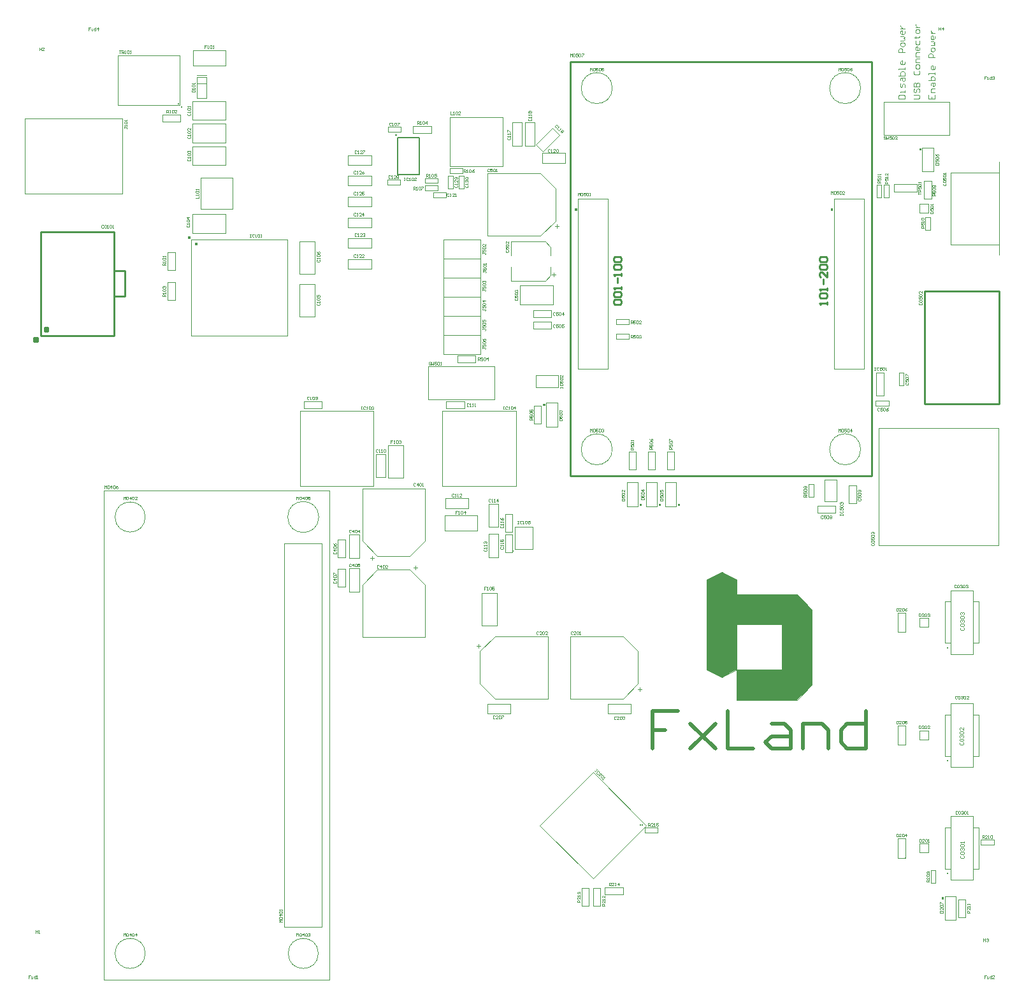
<source format=gbr>
%TF.GenerationSoftware,Altium Limited,Altium Designer,22.1.2 (22)*%
G04 Layer_Color=65535*
%FSLAX26Y26*%
%MOIN*%
%TF.SameCoordinates,4DF63D30-2817-4CE9-9CB3-8786E99D956B*%
%TF.FilePolarity,Positive*%
%TF.FileFunction,Legend,Top*%
%TF.Part,Single*%
G01*
G75*
%TA.AperFunction,NonConductor*%
%ADD95C,0.003937*%
%ADD96C,0.001968*%
%ADD97C,0.001000*%
%ADD98C,0.020000*%
%ADD99C,0.003000*%
%ADD101R,0.007874X0.007874*%
%ADD129C,0.002500*%
%ADD130C,0.000984*%
%ADD131C,0.007874*%
%ADD132C,0.009842*%
%ADD133C,0.010000*%
%ADD134R,0.009843X0.009843*%
%ADD135R,0.002953X0.002953*%
%ADD136R,0.011811X0.011811*%
%ADD137P,0.011136X4X270.0*%
G36*
X4728346Y3177165D02*
Y3098425D01*
X5043307D01*
X5122047Y3019685D01*
Y2625984D01*
X5043307Y2547244D01*
X4728346D01*
Y2704724D01*
X4964567D01*
Y2940945D01*
X4728346D01*
Y2704724D01*
X4649606Y2665354D01*
X4570866Y2704724D01*
Y2940945D01*
Y3177165D01*
X4649606Y3216535D01*
X4728346Y3177165D01*
D02*
G37*
D95*
X5376439Y3858268D02*
G03*
X5376439Y3858268I-81163J0D01*
G01*
X4077227D02*
G03*
X4077227Y3858268I-81163J0D01*
G01*
Y5748032D02*
G03*
X4077227Y5748032I-81163J0D01*
G01*
X5376439D02*
G03*
X5376439Y5748032I-81163J0D01*
G01*
X1633858Y3503937D02*
G03*
X1633858Y3503937I-78740J0D01*
G01*
Y1220472D02*
G03*
X1633858Y1220472I-78740J0D01*
G01*
X2539370D02*
G03*
X2539370Y1220472I-78740J0D01*
G01*
X2541793Y3503937D02*
G03*
X2541793Y3503937I-81163J0D01*
G01*
X3228346Y5340551D02*
Y5596457D01*
X3503937Y5340551D02*
Y5596457D01*
X3228346D02*
X3503937D01*
X3228346Y5340551D02*
X3503937D01*
X5670236Y5206378D02*
Y5246378D01*
X5550236D02*
X5670236D01*
X5550236Y5206378D02*
Y5246378D01*
Y5206378D02*
X5670236D01*
X1905512Y5770669D02*
X1952756D01*
X1905512Y5813976D02*
X1952756D01*
X1874016Y4452756D02*
Y4956693D01*
X2377953Y4452756D02*
Y4956693D01*
X1874016D02*
X2377953D01*
X1874016Y4452756D02*
X2377953D01*
X1003937Y5196850D02*
Y5590551D01*
X1515748Y5196850D02*
Y5590551D01*
X1003937D02*
X1515748D01*
X1003937Y5196850D02*
X1515748D01*
X5684055Y5426181D02*
X5688976Y5431102D01*
X5683071Y5432087D02*
X5687992Y5427165D01*
X5683071Y5431102D02*
Y5432087D01*
Y5431102D02*
X5689961Y5424213D01*
X5683071D02*
X5689961D01*
X5683071D02*
Y5432087D01*
X5689961D01*
Y5424213D02*
Y5432087D01*
X5757874Y5312016D02*
Y5436016D01*
X5699803D02*
X5757874D01*
X5698819Y5312016D02*
X5757874D01*
X5698819D02*
Y5436016D01*
X3395669Y2936653D02*
Y3106653D01*
Y2936653D02*
X3474410D01*
Y3106653D01*
X3395669D02*
X3474410D01*
X3700787Y4974409D02*
X3779528Y5053150D01*
Y5110236D01*
X3425197Y4974409D02*
Y5301181D01*
Y4974409D02*
X3700787D01*
X3779528Y5110236D02*
Y5165354D01*
X3700787Y5301181D02*
X3779528Y5222441D01*
Y5165354D02*
Y5222441D01*
X3789291Y5014488D02*
Y5034488D01*
X3779291Y5024488D02*
X3799291D01*
X3425197Y4974409D02*
Y5301181D01*
X3700787D01*
X3779528Y5110236D02*
Y5165354D01*
X3547244Y4872520D02*
Y4946850D01*
X3726244D01*
X3755905Y4917189D01*
Y4872520D02*
Y4917189D01*
X3547244Y4738189D02*
Y4812520D01*
Y4738189D02*
X3726244D01*
X3755905Y4767850D01*
Y4812520D01*
X3771575Y4762520D02*
Y4782520D01*
X3761575Y4772520D02*
X3781575D01*
X5236220Y4279528D02*
X5393701D01*
X5236220D02*
Y5169291D01*
X5393701D01*
X5393701Y4279528D01*
X5220472Y5110236D02*
X5228346D01*
Y5118110D01*
X5220472D02*
X5228346D01*
X5220472Y5110236D02*
Y5118110D01*
Y5110236D02*
X5220472D01*
X5228346Y5118110D01*
Y5110236D02*
Y5118110D01*
X5228346Y5110236D02*
X5228346D01*
X5220472Y5118110D02*
X5228346Y5110236D01*
X3897638Y4279528D02*
X4055118D01*
X3897638D02*
Y5169291D01*
X4055118D01*
X4055118Y4279528D01*
X3881890Y5110236D02*
X3889764D01*
Y5118110D01*
X3881890D02*
X3889764D01*
X3881890Y5110236D02*
Y5118110D01*
Y5110236D02*
X3881890D01*
X3889764Y5118110D01*
Y5110236D02*
Y5118110D01*
X3889764Y5110236D02*
X3889764D01*
X3881890Y5118110D02*
X3889764Y5110236D01*
X2440945Y4777205D02*
X2519685D01*
X2440945D02*
Y4947205D01*
X2519685D01*
Y4777205D02*
Y4947205D01*
X5472441Y3354331D02*
X6098425D01*
X5472441Y3968504D02*
X6098425D01*
X5472441Y3354331D02*
Y3968504D01*
X6098425Y3354331D02*
Y3968504D01*
X3386811Y4356299D02*
Y4456299D01*
X3193504Y4356299D02*
X3386811D01*
X3193504D02*
Y4456299D01*
X3386811D01*
X4133858Y2553150D02*
X4212599Y2631890D01*
Y2688976D01*
X3858268Y2553150D02*
Y2879921D01*
Y2553150D02*
X4133858D01*
X4212599Y2688976D02*
Y2744095D01*
X4133858Y2879921D02*
X4212599Y2801181D01*
Y2744095D02*
Y2801181D01*
X4222362Y2593228D02*
Y2613228D01*
X4212362Y2603228D02*
X4232362D01*
X3858268Y2553150D02*
Y2879921D01*
X4133858D01*
X4212599Y2688976D02*
Y2744095D01*
X3385827Y2801181D02*
X3464567Y2879921D01*
X3385827Y2744095D02*
Y2801181D01*
X3740157Y2553150D02*
Y2879921D01*
X3464567D02*
X3740157D01*
X3385827Y2688976D02*
Y2744095D01*
Y2631890D02*
X3464567Y2553150D01*
X3385827Y2631890D02*
Y2688976D01*
X3376063Y2819843D02*
Y2839843D01*
X3366063Y2829843D02*
X3386063D01*
X3740157Y2553150D02*
Y2879921D01*
X3464567Y2553150D02*
X3740157D01*
X3385827Y2688976D02*
Y2744095D01*
X2770276Y3377756D02*
X2849016Y3299016D01*
X2906102D01*
X2770276Y3653347D02*
X3097047D01*
X2770276Y3377756D02*
Y3653347D01*
X2906102Y3299016D02*
X2961220D01*
X3018307D02*
X3097047Y3377756D01*
X2961220Y3299016D02*
X3018307D01*
X2810354Y3289252D02*
X2830354D01*
X2820354Y3279252D02*
Y3299252D01*
X2770276Y3653347D02*
X3097047D01*
Y3377756D02*
Y3653347D01*
X2906102Y3299016D02*
X2961220D01*
X3018307Y3228347D02*
X3097047Y3149606D01*
X2961220Y3228347D02*
X3018307D01*
X2770276Y2874016D02*
X3097047D01*
Y3149606D01*
X2906102Y3228347D02*
X2961220D01*
X2770276Y3149606D02*
X2849016Y3228347D01*
X2906102D01*
X3036968Y3238110D02*
X3056968D01*
X3046968Y3228110D02*
Y3248110D01*
X2770276Y2874016D02*
X3097047D01*
X2770276D02*
Y3149606D01*
X2906102Y3228347D02*
X2961220D01*
X4221850Y3564961D02*
X4226771Y3569882D01*
X4222834Y3568898D02*
X4227756Y3563976D01*
Y3564961D01*
X4220866Y3571850D02*
X4227756Y3564961D01*
X4220866Y3571850D02*
X4227756D01*
Y3563976D02*
Y3571850D01*
X4220866Y3563976D02*
X4227756D01*
X4220866D02*
Y3571850D01*
X4152953Y3560047D02*
Y3684047D01*
Y3560047D02*
X4211024D01*
X4152953Y3684047D02*
X4212008D01*
Y3560047D02*
Y3684047D01*
X3716929Y4090945D02*
X3721850Y4095866D01*
X3715945Y4096850D02*
X3720866Y4091929D01*
X3715945Y4095866D02*
Y4096850D01*
Y4095866D02*
X3722835Y4088976D01*
X3715945D02*
X3722835D01*
X3715945D02*
Y4096850D01*
X3722835D01*
Y4088976D02*
Y4096850D01*
X3790748Y3976780D02*
Y4100779D01*
X3732677D02*
X3790748D01*
X3731693Y3976780D02*
X3790748D01*
X3731693D02*
Y4100779D01*
X4321850Y3564961D02*
X4326771Y3569882D01*
X4322834Y3568898D02*
X4327756Y3563976D01*
Y3564961D01*
X4320866Y3571850D02*
X4327756Y3564961D01*
X4320866Y3571850D02*
X4327756D01*
Y3563976D02*
Y3571850D01*
X4320866Y3563976D02*
X4327756D01*
X4320866D02*
Y3571850D01*
X4252953Y3560047D02*
Y3684047D01*
Y3560047D02*
X4311024D01*
X4252953Y3684047D02*
X4312008D01*
Y3560047D02*
Y3684047D01*
X4421850Y3564961D02*
X4426771Y3569882D01*
X4422834Y3568898D02*
X4427756Y3563976D01*
Y3564961D01*
X4420866Y3571850D02*
X4427756Y3564961D01*
X4420866Y3571850D02*
X4427756D01*
Y3563976D02*
Y3571850D01*
X4420866Y3563976D02*
X4427756D01*
X4420866D02*
Y3571850D01*
X4352953Y3560047D02*
Y3684047D01*
Y3560047D02*
X4411024D01*
X4352953Y3684047D02*
X4412008D01*
Y3560047D02*
Y3684047D01*
X5458740Y4260000D02*
X5498740D01*
X5458740Y4140000D02*
Y4260000D01*
Y4140000D02*
X5498740D01*
Y4260000D01*
X3386811Y4756299D02*
Y4856299D01*
X3193504Y4756299D02*
X3386811D01*
X3193504D02*
Y4856299D01*
X3386811D01*
X3193110D02*
Y4956299D01*
X3386417D01*
Y4856299D02*
Y4956299D01*
X3193110Y4856299D02*
X3386417D01*
X3386811Y4656299D02*
Y4756299D01*
X3193504Y4656299D02*
X3386811D01*
X3193504D02*
Y4756299D01*
X3386811D01*
Y4556299D02*
Y4656299D01*
X3193504Y4556299D02*
X3386811D01*
X3193504D02*
Y4656299D01*
X3386811D01*
Y4456299D02*
Y4556299D01*
X3193504Y4456299D02*
X3386811D01*
X3193504D02*
Y4556299D01*
X3386811D01*
X1883504Y5866142D02*
X2053504D01*
Y5944882D01*
X1883504D02*
X2053504D01*
X1883504Y5866142D02*
Y5944882D01*
X2984252Y3710276D02*
Y3880276D01*
X2905512D02*
X2984252D01*
X2905512Y3710276D02*
Y3880276D01*
Y3710276D02*
X2984252D01*
X3202402Y3433071D02*
X3372402D01*
Y3511811D01*
X3202402D02*
X3372402D01*
X3202402Y3433071D02*
Y3511811D01*
X2440945Y4722795D02*
X2519685D01*
Y4552795D02*
Y4722795D01*
X2440945Y4552795D02*
X2519685D01*
X2440945D02*
Y4722795D01*
X5802165Y1508858D02*
X5807087Y1513780D01*
X5801181Y1514764D02*
X5806102Y1509842D01*
X5801181Y1513780D02*
Y1514764D01*
Y1513780D02*
X5808071Y1506890D01*
X5801181D02*
X5808071D01*
X5801181D02*
Y1514764D01*
X5808071D01*
Y1506890D02*
Y1514764D01*
X5875984Y1394693D02*
Y1518693D01*
X5817913D02*
X5875984D01*
X5816929Y1394693D02*
X5875984D01*
X5816929D02*
Y1518693D01*
X4649606Y3216535D02*
X4728346Y3177165D01*
X4570866D02*
X4649606Y3216535D01*
Y2665354D02*
X4728346Y2704724D01*
X4570866D02*
X4649606Y2665354D01*
X4728346Y3098425D02*
Y3177165D01*
Y2940945D02*
Y2940945D01*
X5122047Y2625984D02*
Y3019685D01*
X4570866Y2704724D02*
Y3177165D01*
X4728346Y2547244D02*
Y2704724D01*
Y2547244D02*
X5043307D01*
X5043307D01*
X5122047Y2625984D01*
X4728346Y3098425D02*
X5043307D01*
X5043307D01*
X5122047Y3019685D01*
X4728346Y2704724D02*
Y2940945D01*
X4964567Y2704724D02*
Y2940945D01*
X4728346D02*
X4964567D01*
X4728346Y2704724D02*
X4964567D01*
X5236220Y4279528D02*
X5393701D01*
X5236220D02*
Y5169291D01*
X5393701D01*
X5393701Y4279528D01*
X5220472Y5110236D02*
X5228346D01*
Y5118110D01*
X5220472D02*
X5228346D01*
X5220472Y5110236D02*
Y5118110D01*
Y5110236D02*
X5220472D01*
X5228346Y5118110D01*
Y5110236D02*
Y5118110D01*
X5228346Y5110236D02*
X5228346D01*
X5220472Y5118110D02*
X5228346Y5110236D01*
X3881890Y5118110D02*
X3889764Y5110236D01*
X3889764D01*
Y5118110D01*
X3881890Y5110236D02*
X3889764Y5118110D01*
X3881890Y5110236D02*
X3881890D01*
X3881890D02*
Y5118110D01*
X3889764D01*
Y5110236D02*
Y5118110D01*
X3881890Y5110236D02*
X3889764D01*
X4055118Y5169291D02*
X4055118Y4279528D01*
X3897638Y5169291D02*
X4055118D01*
X3897638Y4279528D02*
Y5169291D01*
Y4279528D02*
X4055118D01*
X3897638Y4279528D02*
X4055118D01*
X3897638Y5169291D02*
X4055118D01*
X3897638Y4279528D02*
Y5169291D01*
X4055118Y4279528D02*
Y5169291D01*
X5236220Y4279528D02*
X5393701D01*
X5236220Y5169291D02*
X5393701D01*
X5236220Y4279528D02*
Y5169291D01*
X5393701Y4279528D02*
Y5169291D01*
X2362205Y1358268D02*
Y3366142D01*
X2559055Y1358268D02*
Y3366142D01*
X2362205Y1358268D02*
X2559055D01*
X2362205Y3366142D02*
X2559055D01*
X1417323Y3641732D02*
X2598425D01*
X1417323Y1082677D02*
X2598425D01*
Y3641732D01*
X1417323Y1082677D02*
Y3641732D01*
X5653553Y5692914D02*
X5679792D01*
X5685039Y5698161D01*
Y5708657D01*
X5679792Y5713904D01*
X5653553D01*
X5658801Y5745390D02*
X5653553Y5740142D01*
Y5729647D01*
X5658801Y5724400D01*
X5664049D01*
X5669296Y5729647D01*
Y5740142D01*
X5674544Y5745390D01*
X5679792D01*
X5685039Y5740142D01*
Y5729647D01*
X5679792Y5724400D01*
X5653553Y5755885D02*
X5685039D01*
Y5771628D01*
X5679792Y5776876D01*
X5674544D01*
X5669296Y5771628D01*
Y5755885D01*
Y5771628D01*
X5664049Y5776876D01*
X5658801D01*
X5653553Y5771628D01*
Y5755885D01*
X5658801Y5839848D02*
X5653553Y5834600D01*
Y5824105D01*
X5658801Y5818857D01*
X5679792D01*
X5685039Y5824105D01*
Y5834600D01*
X5679792Y5839848D01*
X5685039Y5855591D02*
Y5866086D01*
X5679792Y5871334D01*
X5669296D01*
X5664049Y5866086D01*
Y5855591D01*
X5669296Y5850343D01*
X5679792D01*
X5685039Y5855591D01*
Y5881829D02*
X5664049D01*
Y5897572D01*
X5669296Y5902820D01*
X5685039D01*
Y5913315D02*
X5664049D01*
Y5929058D01*
X5669296Y5934306D01*
X5685039D01*
Y5960544D02*
Y5950048D01*
X5679792Y5944801D01*
X5669296D01*
X5664049Y5950048D01*
Y5960544D01*
X5669296Y5965791D01*
X5674544D01*
Y5944801D01*
X5664049Y5997277D02*
Y5981534D01*
X5669296Y5976287D01*
X5679792D01*
X5685039Y5981534D01*
Y5997277D01*
X5658801Y6013020D02*
X5664049D01*
Y6007773D01*
Y6018268D01*
Y6013020D01*
X5679792D01*
X5685039Y6018268D01*
Y6039259D02*
Y6049754D01*
X5679792Y6055002D01*
X5669296D01*
X5664049Y6049754D01*
Y6039259D01*
X5669296Y6034011D01*
X5679792D01*
X5685039Y6039259D01*
X5664049Y6065497D02*
X5685039D01*
X5674544D01*
X5669296Y6070744D01*
X5664049Y6075992D01*
Y6081240D01*
X5732293Y5713904D02*
Y5692913D01*
X5763779D01*
Y5713904D01*
X5748036Y5692913D02*
Y5703409D01*
X5763779Y5724399D02*
X5742789D01*
Y5740142D01*
X5748036Y5745390D01*
X5763779D01*
X5742789Y5761133D02*
Y5771628D01*
X5748036Y5776876D01*
X5763779D01*
Y5761133D01*
X5758532Y5755885D01*
X5753284Y5761133D01*
Y5776876D01*
X5732293Y5787371D02*
X5763779D01*
Y5803114D01*
X5758532Y5808362D01*
X5753284D01*
X5748036D01*
X5742789Y5803114D01*
Y5787371D01*
X5763779Y5818857D02*
Y5829352D01*
Y5824105D01*
X5732293D01*
Y5818857D01*
X5763779Y5860838D02*
Y5850343D01*
X5758532Y5845095D01*
X5748036D01*
X5742789Y5850343D01*
Y5860838D01*
X5748036Y5866086D01*
X5753284D01*
Y5845095D01*
X5763779Y5908067D02*
X5732293D01*
Y5923810D01*
X5737541Y5929058D01*
X5748036D01*
X5753284Y5923810D01*
Y5908067D01*
X5763779Y5944801D02*
Y5955296D01*
X5758532Y5960544D01*
X5748036D01*
X5742789Y5955296D01*
Y5944801D01*
X5748036Y5939553D01*
X5758532D01*
X5763779Y5944801D01*
X5742789Y5971039D02*
X5758532D01*
X5763779Y5976287D01*
X5758532Y5981534D01*
X5763779Y5986782D01*
X5758532Y5992030D01*
X5742789D01*
X5763779Y6018268D02*
Y6007773D01*
X5758532Y6002525D01*
X5748036D01*
X5742789Y6007773D01*
Y6018268D01*
X5748036Y6023516D01*
X5753284D01*
Y6002525D01*
X5742789Y6034011D02*
X5763779D01*
X5753284D01*
X5748036Y6039258D01*
X5742789Y6044506D01*
Y6049754D01*
X5574813Y5692913D02*
X5606299D01*
Y5708657D01*
X5601051Y5713904D01*
X5580061D01*
X5574813Y5708657D01*
Y5692913D01*
X5606299Y5724399D02*
Y5734895D01*
Y5729647D01*
X5585309D01*
Y5724399D01*
X5606299Y5750638D02*
Y5766381D01*
X5601051Y5771628D01*
X5595804Y5766381D01*
Y5755885D01*
X5590556Y5750638D01*
X5585309Y5755885D01*
Y5771628D01*
Y5787371D02*
Y5797867D01*
X5590556Y5803114D01*
X5606299D01*
Y5787371D01*
X5601051Y5782124D01*
X5595804Y5787371D01*
Y5803114D01*
X5574813Y5813609D02*
X5606299D01*
Y5829352D01*
X5601051Y5834600D01*
X5595804D01*
X5590556D01*
X5585309Y5829352D01*
Y5813609D01*
X5606299Y5845095D02*
Y5855591D01*
Y5850343D01*
X5574813D01*
Y5845095D01*
X5606299Y5887077D02*
Y5876581D01*
X5601051Y5871334D01*
X5590556D01*
X5585309Y5876581D01*
Y5887077D01*
X5590556Y5892324D01*
X5595804D01*
Y5871334D01*
X5606299Y5934306D02*
X5574813D01*
Y5950048D01*
X5580061Y5955296D01*
X5590556D01*
X5595804Y5950048D01*
Y5934306D01*
X5606299Y5971039D02*
Y5981534D01*
X5601051Y5986782D01*
X5590556D01*
X5585309Y5981534D01*
Y5971039D01*
X5590556Y5965791D01*
X5601051D01*
X5606299Y5971039D01*
X5585309Y5997277D02*
X5601051D01*
X5606299Y6002525D01*
X5601051Y6007773D01*
X5606299Y6013020D01*
X5601051Y6018268D01*
X5585309D01*
X5606299Y6044506D02*
Y6034011D01*
X5601051Y6028763D01*
X5590556D01*
X5585309Y6034011D01*
Y6044506D01*
X5590556Y6049754D01*
X5595804D01*
Y6028763D01*
X5585309Y6060249D02*
X5606299D01*
X5595804D01*
X5590556Y6065497D01*
X5585309Y6070744D01*
Y6075992D01*
D96*
X3566929Y3452756D02*
X3661418D01*
X3566929Y3334645D02*
X3661418D01*
Y3452756D01*
X3566929Y3334645D02*
Y3452756D01*
X5188974Y3584646D02*
X5251969D01*
X5188974Y3698821D02*
X5251969D01*
X5188974Y3584646D02*
Y3698821D01*
X5251969Y3584646D02*
Y3698821D01*
X1492125Y5657480D02*
X1814961D01*
X1492125Y5917324D02*
X1814961D01*
X1492125Y5657480D02*
Y5917324D01*
X1814961Y5657480D02*
Y5917324D01*
X1905511Y5695866D02*
X1952756D01*
X1905511Y5806103D02*
X1952756D01*
X1905511Y5695866D02*
Y5806103D01*
X1952756Y5695866D02*
Y5806103D01*
X1925197Y5279528D02*
X2090552D01*
X1925197Y5114173D02*
X2090552D01*
Y5279528D01*
X1925197Y5114173D02*
Y5279528D01*
X3187008Y4059055D02*
X3572836D01*
X3187008Y3665345D02*
X3572836D01*
Y4059055D01*
X3187008Y3665345D02*
Y4059055D01*
X2694882Y5344065D02*
X2816929D01*
Y5396065D01*
X2694882Y5344065D02*
Y5396065D01*
X2816929D01*
X4053150Y2474000D02*
X4175197D01*
Y2526000D01*
X4053150Y2474000D02*
Y2526000D01*
X4175197D01*
X3423228D02*
X3545276D01*
X3423228Y2474000D02*
Y2526000D01*
X3545276Y2474000D02*
Y2526000D01*
X3423228Y2474000D02*
X3545276D01*
X2702346Y3289370D02*
Y3411417D01*
Y3289370D02*
X2754346D01*
X2702346Y3411417D02*
X2754346D01*
Y3289370D02*
Y3411417D01*
X2754347Y3112205D02*
Y3234252D01*
X2702347D02*
X2754347D01*
X2702347Y3112205D02*
X2754347D01*
X2702347D02*
Y3234252D01*
X3594165Y4616142D02*
X3767717D01*
X3594165D02*
Y4714567D01*
X3767717D01*
Y4616142D02*
Y4714567D01*
X3793307Y4182282D02*
Y4245276D01*
X3679132Y4182282D02*
Y4245276D01*
Y4182282D02*
X3793307D01*
X3679132Y4245276D02*
X3793307D01*
X2840142Y3710630D02*
Y3832677D01*
Y3710630D02*
X2892142D01*
X2840142Y3832677D02*
X2892142D01*
Y3710630D02*
Y3832677D01*
X3202756Y3600803D02*
X3324803D01*
X3202756Y3548803D02*
Y3600803D01*
X3324803Y3548803D02*
Y3600803D01*
X3202756Y3548803D02*
X3324803D01*
X3482693Y3293307D02*
Y3415354D01*
X3430693D02*
X3482693D01*
X3430693Y3293307D02*
X3482693D01*
X3430693D02*
Y3415354D01*
Y3450787D02*
Y3572835D01*
Y3450787D02*
X3482693D01*
X3430693Y3572835D02*
X3482693D01*
Y3450787D02*
Y3572835D01*
X2442913Y4059055D02*
X2828741D01*
X2442913Y3665345D02*
X2828741D01*
Y4059055D01*
X2442913Y3665345D02*
Y4059055D01*
X1881567Y5580709D02*
X2055118D01*
X1881567D02*
Y5679134D01*
X2055118D01*
Y5580709D02*
Y5679134D01*
X1881567Y5462598D02*
X2055118D01*
X1881567D02*
Y5561024D01*
X2055118D01*
Y5462598D02*
Y5561024D01*
X1881567Y5344488D02*
X2055118D01*
X1881567D02*
Y5442913D01*
X2055118D01*
Y5344488D02*
Y5442913D01*
X1881567Y4990158D02*
X2055118D01*
X1881567D02*
Y5088583D01*
X2055118D01*
Y4990158D02*
Y5088583D01*
X3552740Y5446850D02*
Y5568898D01*
Y5446850D02*
X3604740D01*
X3552740Y5568898D02*
X3604740D01*
Y5446850D02*
Y5568898D01*
X3619669Y5446850D02*
Y5568898D01*
Y5446850D02*
X3671669D01*
X3619669Y5568898D02*
X3671669D01*
Y5446850D02*
Y5568898D01*
X3678622Y5451613D02*
X3764923Y5537913D01*
X3678622Y5451613D02*
X3715392Y5414843D01*
X3764923Y5537913D02*
X3801693Y5501143D01*
X3715392Y5414843D02*
X3801693Y5501143D01*
X3710630Y5407890D02*
X3832677D01*
X3710630Y5355890D02*
Y5407890D01*
X3832677Y5355890D02*
Y5407890D01*
X3710630Y5355890D02*
X3832677D01*
X2694882Y4800759D02*
X2816929D01*
Y4852759D01*
X2694882Y4800759D02*
Y4852759D01*
X2816929D01*
X2694882Y4910995D02*
X2816929D01*
Y4962995D01*
X2694882Y4910995D02*
Y4962995D01*
X2816929D01*
X2694882Y5017294D02*
X2816929D01*
Y5069294D01*
X2694882Y5017294D02*
Y5069294D01*
X2816929D01*
X2694882Y5127530D02*
X2816929D01*
Y5179530D01*
X2694882Y5127530D02*
Y5179530D01*
X2816929D01*
X2694882Y5237766D02*
X2816929D01*
Y5289766D01*
X2694882Y5237766D02*
Y5289766D01*
X2816929D01*
D97*
X4039370Y1528244D02*
Y1566244D01*
Y1528244D02*
X4133858D01*
Y1566244D01*
X4039370D02*
X4133858D01*
X4246063Y1853142D02*
X4312992D01*
X4246063D02*
Y1879142D01*
X4312992D01*
Y1853142D02*
Y1879142D01*
X5315646Y3574803D02*
Y3669291D01*
X5353646D01*
Y3574803D02*
Y3669291D01*
X5315646Y3574803D02*
X5353646D01*
X3274402Y5289370D02*
X3300402D01*
X3274402Y5222441D02*
Y5289370D01*
Y5222441D02*
X3300402D01*
Y5289370D01*
X2642417Y3291338D02*
Y3385827D01*
X2680417D01*
Y3291338D02*
Y3385827D01*
X2642417Y3291338D02*
X2680417D01*
Y3137795D02*
Y3232284D01*
X2642417Y3137795D02*
X2680417D01*
X2642417D02*
Y3232284D01*
X2680417D01*
X3663386Y4547929D02*
X3757874D01*
X3663386D02*
Y4585929D01*
X3757874D01*
Y4547929D02*
Y4585929D01*
X3663386Y4488874D02*
X3757874D01*
X3663386D02*
Y4526874D01*
X3757874D01*
Y4488874D02*
Y4526874D01*
X5522835Y4087000D02*
Y4113000D01*
X5455905D02*
X5522835D01*
X5455905Y4087000D02*
Y4113000D01*
Y4087000D02*
X5522835D01*
X5576370Y4258465D02*
X5602370D01*
X5576370Y4191535D02*
Y4258465D01*
Y4191535D02*
X5602370D01*
Y4258465D01*
X4163480Y3751968D02*
X4201480D01*
Y3846457D01*
X4163480D02*
X4201480D01*
X4163480Y3751968D02*
Y3846457D01*
X4099016Y4512000D02*
X4165945D01*
X4099016D02*
Y4538000D01*
X4165945D01*
Y4512000D02*
Y4538000D01*
X4099016Y4437000D02*
X4165945D01*
X4099016D02*
Y4463000D01*
X4165945D01*
Y4437000D02*
Y4463000D01*
X3267716Y4311709D02*
Y4349709D01*
Y4311709D02*
X3362205D01*
Y4349709D01*
X3267716D02*
X3362205D01*
X3667220Y4086024D02*
X3705220D01*
X3667220Y3991535D02*
Y4086024D01*
Y3991535D02*
X3705220D01*
Y4086024D01*
X4263480Y3846457D02*
X4301480D01*
X4263480Y3751968D02*
Y3846457D01*
Y3751968D02*
X4301480D01*
Y3846457D01*
X4363480D02*
X4401480D01*
X4363480Y3751968D02*
Y3846457D01*
Y3751968D02*
X4401480D01*
Y3846457D01*
X2970472Y5518496D02*
Y5544496D01*
X2903543D02*
X2970472D01*
X2903543Y5518496D02*
Y5544496D01*
Y5518496D02*
X2970472D01*
X2464567Y4109551D02*
X2559055D01*
Y4071551D02*
Y4109551D01*
X2464567Y4071551D02*
X2559055D01*
X2464567D02*
Y4109551D01*
X3208661D02*
X3303150D01*
Y4071551D02*
Y4109551D01*
X3208661Y4071551D02*
X3303150D01*
X3208661D02*
Y4109551D01*
X3554433Y3317913D02*
Y3412402D01*
X3516433Y3317913D02*
X3554433D01*
X3516433D02*
Y3412402D01*
X3554433D01*
X3516433Y3425197D02*
Y3519685D01*
X3554433D01*
Y3425197D02*
Y3519685D01*
X3516433Y3425197D02*
X3554433D01*
X1724409Y5571551D02*
Y5609551D01*
Y5571551D02*
X1818898D01*
Y5609551D01*
X1724409D02*
X1818898D01*
X1752653Y4795276D02*
X1790653D01*
Y4889764D01*
X1752653D02*
X1790653D01*
X1752653Y4795276D02*
Y4889764D01*
Y4637795D02*
X1790653D01*
Y4732283D01*
X1752653D02*
X1790653D01*
X1752653Y4637795D02*
Y4732283D01*
X5149606Y3562307D02*
X5244095D01*
Y3524307D02*
Y3562307D01*
X5149606Y3524307D02*
X5244095D01*
X5149606D02*
Y3562307D01*
X5105110Y3608268D02*
Y3675197D01*
X5131110D01*
Y3608268D02*
Y3675197D01*
X5105110Y3608268D02*
X5131110D01*
X5768905Y1588583D02*
Y1655512D01*
X5742905Y1588583D02*
X5768905D01*
X5742905D02*
Y1655512D01*
X5768905D01*
X6005905Y1816150D02*
X6072835D01*
Y1790150D02*
Y1816150D01*
X6005905Y1790150D02*
X6072835D01*
X6005905D02*
Y1816150D01*
X5886512Y1503937D02*
X5924512D01*
X5886512Y1409449D02*
Y1503937D01*
Y1409449D02*
X5924512D01*
Y1503937D01*
X5709346Y5169291D02*
X5747346D01*
Y5263779D01*
X5709346D02*
X5747346D01*
X5709346Y5169291D02*
Y5263779D01*
X5715346Y5005905D02*
Y5072835D01*
X5741346D01*
Y5005905D02*
Y5072835D01*
X5715346Y5005905D02*
X5741346D01*
X3206693Y5175976D02*
Y5201976D01*
X3139764D02*
X3206693D01*
X3139764Y5175976D02*
Y5201976D01*
Y5175976D02*
X3206693D01*
X2899606Y5242905D02*
Y5268905D01*
Y5242905D02*
X2966535D01*
Y5268905D01*
X2899606D02*
X2966535D01*
X3219284Y5289370D02*
X3245284D01*
X3219284Y5222441D02*
Y5289370D01*
Y5222441D02*
X3245284D01*
Y5289370D01*
X3035433Y5512496D02*
Y5550496D01*
Y5512496D02*
X3129921D01*
Y5550496D01*
X3035433D02*
X3129921D01*
X3096457Y5276779D02*
X3163386D01*
Y5250779D02*
Y5276779D01*
X3096457Y5250779D02*
X3163386D01*
X3096457D02*
Y5276779D01*
X3226378Y5301961D02*
X3293307D01*
X3226378D02*
Y5327961D01*
X3293307D01*
Y5301961D02*
Y5327961D01*
X3096457Y5211409D02*
X3163386D01*
X3096457D02*
Y5237409D01*
X3163386D01*
Y5211409D02*
Y5237409D01*
X5459441Y5175197D02*
Y5242126D01*
X5485441D01*
Y5175197D02*
Y5242126D01*
X5459441Y5175197D02*
X5485441D01*
X5524811D02*
Y5242126D01*
X5498811Y5175197D02*
X5524811D01*
X5498811D02*
Y5242126D01*
X5524811D01*
X3977063Y1562992D02*
X4015063D01*
X3977063Y1468504D02*
Y1562992D01*
Y1468504D02*
X4015063D01*
Y1562992D01*
X3918008Y1468504D02*
X3956008D01*
Y1562992D01*
X3918008D02*
X3956008D01*
X3918008Y1468504D02*
Y1562992D01*
X5900924Y2926505D02*
X5897644Y2923225D01*
Y2916666D01*
X5900924Y2913386D01*
X5914043D01*
X5917323Y2916666D01*
Y2923225D01*
X5914043Y2926505D01*
X5897644Y2942904D02*
Y2936344D01*
X5900924Y2933064D01*
X5914043D01*
X5917323Y2936344D01*
Y2942904D01*
X5914043Y2946184D01*
X5900924D01*
X5897644Y2942904D01*
X5900924Y2952743D02*
X5897644Y2956023D01*
Y2962582D01*
X5900924Y2965862D01*
X5904204D01*
X5907484Y2962582D01*
Y2959302D01*
Y2962582D01*
X5910763Y2965862D01*
X5914043D01*
X5917323Y2962582D01*
Y2956023D01*
X5914043Y2952743D01*
X5900924Y2972422D02*
X5897644Y2975701D01*
Y2982261D01*
X5900924Y2985541D01*
X5914043D01*
X5917323Y2982261D01*
Y2975701D01*
X5914043Y2972422D01*
X5900924D01*
Y2992100D02*
X5897644Y2995380D01*
Y3001939D01*
X5900924Y3005219D01*
X5904204D01*
X5907484Y3001939D01*
Y2998660D01*
Y3001939D01*
X5910763Y3005219D01*
X5914043D01*
X5917323Y3001939D01*
Y2995380D01*
X5914043Y2992100D01*
X5900924Y1733591D02*
X5897644Y1730312D01*
Y1723752D01*
X5900924Y1720472D01*
X5914043D01*
X5917323Y1723752D01*
Y1730312D01*
X5914043Y1733591D01*
X5897644Y1749990D02*
Y1743431D01*
X5900924Y1740151D01*
X5914043D01*
X5917323Y1743431D01*
Y1749990D01*
X5914043Y1753270D01*
X5900924D01*
X5897644Y1749990D01*
X5900924Y1759830D02*
X5897644Y1763109D01*
Y1769669D01*
X5900924Y1772949D01*
X5904204D01*
X5907484Y1769669D01*
Y1766389D01*
Y1769669D01*
X5910763Y1772949D01*
X5914043D01*
X5917323Y1769669D01*
Y1763109D01*
X5914043Y1759830D01*
X5900924Y1779508D02*
X5897644Y1782788D01*
Y1789348D01*
X5900924Y1792627D01*
X5914043D01*
X5917323Y1789348D01*
Y1782788D01*
X5914043Y1779508D01*
X5900924D01*
X5917323Y1799187D02*
Y1805746D01*
Y1802467D01*
X5897644D01*
X5900924Y1799187D01*
X5896987Y2324143D02*
X5893707Y2320863D01*
Y2314303D01*
X5896987Y2311024D01*
X5910106D01*
X5913386Y2314303D01*
Y2320863D01*
X5910106Y2324143D01*
X5893707Y2340541D02*
Y2333982D01*
X5896987Y2330702D01*
X5910106D01*
X5913386Y2333982D01*
Y2340541D01*
X5910106Y2343821D01*
X5896987D01*
X5893707Y2340541D01*
X5896987Y2350381D02*
X5893707Y2353661D01*
Y2360220D01*
X5896987Y2363500D01*
X5900267D01*
X5903547Y2360220D01*
Y2356940D01*
Y2360220D01*
X5906826Y2363500D01*
X5910106D01*
X5913386Y2360220D01*
Y2353661D01*
X5910106Y2350381D01*
X5896987Y2370059D02*
X5893707Y2373339D01*
Y2379899D01*
X5896987Y2383178D01*
X5910106D01*
X5913386Y2379899D01*
Y2373339D01*
X5910106Y2370059D01*
X5896987D01*
X5913386Y2402857D02*
Y2389738D01*
X5900267Y2402857D01*
X5896987D01*
X5893707Y2399577D01*
Y2393018D01*
X5896987Y2389738D01*
D98*
X4420085Y2488157D02*
X4288894D01*
Y2389764D01*
X4354490D01*
X4288894D01*
Y2291370D01*
X4485681Y2422562D02*
X4616872Y2291370D01*
X4551276Y2356966D01*
X4616872Y2422562D01*
X4485681Y2291370D01*
X4682468Y2488157D02*
Y2291370D01*
X4813659D01*
X4912052Y2422562D02*
X4977648D01*
X5010446Y2389764D01*
Y2291370D01*
X4912052D01*
X4879255Y2324168D01*
X4912052Y2356966D01*
X5010446D01*
X5076041Y2291370D02*
Y2422562D01*
X5174435D01*
X5207233Y2389764D01*
Y2291370D01*
X5404019Y2488157D02*
Y2291370D01*
X5305626D01*
X5272828Y2324168D01*
Y2389764D01*
X5305626Y2422562D01*
X5404019D01*
D99*
X2350017Y1384833D02*
X2335022D01*
X2340020Y1389832D01*
X2335022Y1394830D01*
X2350017D01*
X2335022Y1407326D02*
Y1402328D01*
X2337521Y1399828D01*
X2347518D01*
X2350017Y1402328D01*
Y1407326D01*
X2347518Y1409825D01*
X2337521D01*
X2335022Y1407326D01*
X2350017Y1422321D02*
X2335022D01*
X2342520Y1414823D01*
Y1424820D01*
X2337521Y1429819D02*
X2335022Y1432318D01*
Y1437316D01*
X2337521Y1439815D01*
X2347518D01*
X2350017Y1437316D01*
Y1432318D01*
X2347518Y1429819D01*
X2337521D01*
X2350017Y1444814D02*
Y1449812D01*
Y1447313D01*
X2335022D01*
X2337521Y1444814D01*
X1421704Y3653920D02*
Y3668915D01*
X1426703Y3663916D01*
X1431701Y3668915D01*
Y3653920D01*
X1444197Y3668915D02*
X1439198D01*
X1436699Y3666416D01*
Y3656419D01*
X1439198Y3653920D01*
X1444197D01*
X1446696Y3656419D01*
Y3666416D01*
X1444197Y3668915D01*
X1459192Y3653920D02*
Y3668915D01*
X1451695Y3661417D01*
X1461691D01*
X1466690Y3666416D02*
X1469189Y3668915D01*
X1474187D01*
X1476687Y3666416D01*
Y3656419D01*
X1474187Y3653920D01*
X1469189D01*
X1466690Y3656419D01*
Y3666416D01*
X1491682Y3668915D02*
X1486683Y3666416D01*
X1481685Y3661417D01*
Y3656419D01*
X1484184Y3653920D01*
X1489182D01*
X1491682Y3656419D01*
Y3658918D01*
X1489182Y3661417D01*
X1481685D01*
X2425641Y3594865D02*
Y3609860D01*
X2430640Y3604861D01*
X2435638Y3609860D01*
Y3594865D01*
X2448134Y3609860D02*
X2443135D01*
X2440636Y3607361D01*
Y3597364D01*
X2443135Y3594865D01*
X2448134D01*
X2450633Y3597364D01*
Y3607361D01*
X2448134Y3609860D01*
X2463129Y3594865D02*
Y3609860D01*
X2455631Y3602362D01*
X2465628D01*
X2470627Y3607361D02*
X2473126Y3609860D01*
X2478124D01*
X2480624Y3607361D01*
Y3597364D01*
X2478124Y3594865D01*
X2473126D01*
X2470627Y3597364D01*
Y3607361D01*
X2495619Y3609860D02*
X2485622D01*
Y3602362D01*
X2490620Y3604861D01*
X2493119D01*
X2495619Y3602362D01*
Y3597364D01*
X2493119Y3594865D01*
X2488121D01*
X2485622Y3597364D01*
X1520129Y1311400D02*
Y1326395D01*
X1525128Y1321397D01*
X1530126Y1326395D01*
Y1311400D01*
X1542622Y1326395D02*
X1537624D01*
X1535124Y1323896D01*
Y1313899D01*
X1537624Y1311400D01*
X1542622D01*
X1545121Y1313899D01*
Y1323896D01*
X1542622Y1326395D01*
X1557617Y1311400D02*
Y1326395D01*
X1550120Y1318898D01*
X1560117D01*
X1565115Y1323896D02*
X1567614Y1326395D01*
X1572612D01*
X1575112Y1323896D01*
Y1313899D01*
X1572612Y1311400D01*
X1567614D01*
X1565115Y1313899D01*
Y1323896D01*
X1587608Y1311400D02*
Y1326395D01*
X1580110Y1318898D01*
X1590107D01*
X2425641Y1311400D02*
Y1326395D01*
X2430640Y1321397D01*
X2435638Y1326395D01*
Y1311400D01*
X2448134Y1326395D02*
X2443135D01*
X2440636Y1323896D01*
Y1313899D01*
X2443135Y1311400D01*
X2448134D01*
X2450633Y1313899D01*
Y1323896D01*
X2448134Y1326395D01*
X2463129Y1311400D02*
Y1326395D01*
X2455631Y1318898D01*
X2465628D01*
X2470627Y1323896D02*
X2473126Y1326395D01*
X2478124D01*
X2480624Y1323896D01*
Y1313899D01*
X2478124Y1311400D01*
X2473126D01*
X2470627Y1313899D01*
Y1323896D01*
X2485622D02*
X2488121Y1326395D01*
X2493119D01*
X2495619Y1323896D01*
Y1321397D01*
X2493119Y1318898D01*
X2490620D01*
X2493119D01*
X2495619Y1316398D01*
Y1313899D01*
X2493119Y1311400D01*
X2488121D01*
X2485622Y1313899D01*
X1520129Y3594865D02*
Y3609860D01*
X1525128Y3604861D01*
X1530126Y3609860D01*
Y3594865D01*
X1542622Y3609860D02*
X1537624D01*
X1535124Y3607361D01*
Y3597364D01*
X1537624Y3594865D01*
X1542622D01*
X1545121Y3597364D01*
Y3607361D01*
X1542622Y3609860D01*
X1557617Y3594865D02*
Y3609860D01*
X1550120Y3602362D01*
X1560117D01*
X1565115Y3607361D02*
X1567614Y3609860D01*
X1572612D01*
X1575112Y3607361D01*
Y3597364D01*
X1572612Y3594865D01*
X1567614D01*
X1565115Y3597364D01*
Y3607361D01*
X1590107Y3594865D02*
X1580110D01*
X1590107Y3604861D01*
Y3607361D01*
X1587608Y3609860D01*
X1582609D01*
X1580110Y3607361D01*
X3856169Y5913650D02*
Y5928645D01*
X3861168Y5923646D01*
X3866166Y5928645D01*
Y5913650D01*
X3878662Y5928645D02*
X3873664D01*
X3871164Y5926146D01*
Y5916149D01*
X3873664Y5913650D01*
X3878662D01*
X3881161Y5916149D01*
Y5926146D01*
X3878662Y5928645D01*
X3896157D02*
X3886160D01*
Y5921147D01*
X3891158Y5923646D01*
X3893657D01*
X3896157Y5921147D01*
Y5916149D01*
X3893657Y5913650D01*
X3888659D01*
X3886160Y5916149D01*
X3901155Y5926146D02*
X3903654Y5928645D01*
X3908653D01*
X3911152Y5926146D01*
Y5916149D01*
X3908653Y5913650D01*
X3903654D01*
X3901155Y5916149D01*
Y5926146D01*
X3916150Y5928645D02*
X3926147D01*
Y5926146D01*
X3916150Y5916149D01*
Y5913650D01*
X5260287Y5838959D02*
Y5853954D01*
X5265285Y5848956D01*
X5270284Y5853954D01*
Y5838959D01*
X5282780Y5853954D02*
X5277781D01*
X5275282Y5851455D01*
Y5841458D01*
X5277781Y5838959D01*
X5282780D01*
X5285279Y5841458D01*
Y5851455D01*
X5282780Y5853954D01*
X5300274D02*
X5290277D01*
Y5846457D01*
X5295276Y5848956D01*
X5297775D01*
X5300274Y5846457D01*
Y5841458D01*
X5297775Y5838959D01*
X5292776D01*
X5290277Y5841458D01*
X5305272Y5851455D02*
X5307772Y5853954D01*
X5312770D01*
X5315269Y5851455D01*
Y5841458D01*
X5312770Y5838959D01*
X5307772D01*
X5305272Y5841458D01*
Y5851455D01*
X5330264Y5853954D02*
X5325266Y5851455D01*
X5320268Y5846457D01*
Y5841458D01*
X5322767Y5838959D01*
X5327765D01*
X5330264Y5841458D01*
Y5843958D01*
X5327765Y5846457D01*
X5320268D01*
X3961074Y5838959D02*
Y5853954D01*
X3966073Y5848956D01*
X3971071Y5853954D01*
Y5838959D01*
X3983567Y5853954D02*
X3978569D01*
X3976069Y5851455D01*
Y5841458D01*
X3978569Y5838959D01*
X3983567D01*
X3986066Y5841458D01*
Y5851455D01*
X3983567Y5853954D01*
X4001061D02*
X3991065D01*
Y5846457D01*
X3996063Y5848956D01*
X3998562D01*
X4001061Y5846457D01*
Y5841458D01*
X3998562Y5838959D01*
X3993564D01*
X3991065Y5841458D01*
X4006060Y5851455D02*
X4008559Y5853954D01*
X4013557D01*
X4016057Y5851455D01*
Y5841458D01*
X4013557Y5838959D01*
X4008559D01*
X4006060Y5841458D01*
Y5851455D01*
X4031052Y5853954D02*
X4021055D01*
Y5846457D01*
X4026053Y5848956D01*
X4028553D01*
X4031052Y5846457D01*
Y5841458D01*
X4028553Y5838959D01*
X4023554D01*
X4021055Y5841458D01*
X5260287Y3949195D02*
Y3964191D01*
X5265285Y3959192D01*
X5270284Y3964191D01*
Y3949195D01*
X5282780Y3964191D02*
X5277781D01*
X5275282Y3961691D01*
Y3951695D01*
X5277781Y3949195D01*
X5282780D01*
X5285279Y3951695D01*
Y3961691D01*
X5282780Y3964191D01*
X5300274D02*
X5290277D01*
Y3956693D01*
X5295276Y3959192D01*
X5297775D01*
X5300274Y3956693D01*
Y3951695D01*
X5297775Y3949195D01*
X5292776D01*
X5290277Y3951695D01*
X5305272Y3961691D02*
X5307772Y3964191D01*
X5312770D01*
X5315269Y3961691D01*
Y3951695D01*
X5312770Y3949195D01*
X5307772D01*
X5305272Y3951695D01*
Y3961691D01*
X5327765Y3949195D02*
Y3964191D01*
X5320268Y3956693D01*
X5330264D01*
X3961074Y3949195D02*
Y3964191D01*
X3966073Y3959192D01*
X3971071Y3964191D01*
Y3949195D01*
X3983567Y3964191D02*
X3978569D01*
X3976069Y3961691D01*
Y3951695D01*
X3978569Y3949195D01*
X3983567D01*
X3986066Y3951695D01*
Y3961691D01*
X3983567Y3964191D01*
X4001061D02*
X3991065D01*
Y3956693D01*
X3996063Y3959192D01*
X3998562D01*
X4001061Y3956693D01*
Y3951695D01*
X3998562Y3949195D01*
X3993564D01*
X3991065Y3951695D01*
X4006060Y3961691D02*
X4008559Y3964191D01*
X4013557D01*
X4016057Y3961691D01*
Y3951695D01*
X4013557Y3949195D01*
X4008559D01*
X4006060Y3951695D01*
Y3961691D01*
X4021055D02*
X4023554Y3964191D01*
X4028553D01*
X4031052Y3961691D01*
Y3959192D01*
X4028553Y3956693D01*
X4026053D01*
X4028553D01*
X4031052Y3954194D01*
Y3951695D01*
X4028553Y3949195D01*
X4023554D01*
X4021055Y3951695D01*
X5221461Y5193909D02*
Y5208905D01*
X5226459Y5203906D01*
X5231457Y5208905D01*
Y5193909D01*
X5243953Y5208905D02*
X5238955D01*
X5236456Y5206405D01*
Y5196409D01*
X5238955Y5193909D01*
X5243953D01*
X5246453Y5196409D01*
Y5206405D01*
X5243953Y5208905D01*
X5261448D02*
X5251451D01*
Y5201407D01*
X5256449Y5203906D01*
X5258949D01*
X5261448Y5201407D01*
Y5196409D01*
X5258949Y5193909D01*
X5253950D01*
X5251451Y5196409D01*
X5266446Y5206405D02*
X5268945Y5208905D01*
X5273944D01*
X5276443Y5206405D01*
Y5196409D01*
X5273944Y5193909D01*
X5268945D01*
X5266446Y5196409D01*
Y5206405D01*
X5291438Y5193909D02*
X5281441D01*
X5291438Y5203906D01*
Y5206405D01*
X5288939Y5208905D01*
X5283941D01*
X5281441Y5206405D01*
X1347764Y6065432D02*
X1337768D01*
Y6057935D01*
X1342766D01*
X1337768D01*
Y6050437D01*
X1352763D02*
X1357761D01*
X1355262D01*
Y6060434D01*
X1352763D01*
X1375256Y6065432D02*
Y6050437D01*
X1367758D01*
X1365259Y6052936D01*
Y6057935D01*
X1367758Y6060434D01*
X1375256D01*
X1387752Y6050437D02*
Y6065432D01*
X1380254Y6057935D01*
X1390251D01*
X6032804Y5809527D02*
X6022807D01*
Y5802029D01*
X6027806D01*
X6022807D01*
Y5794532D01*
X6037802D02*
X6042801D01*
X6040301D01*
Y5804528D01*
X6037802D01*
X6060295Y5809527D02*
Y5794532D01*
X6052797D01*
X6050298Y5797031D01*
Y5802029D01*
X6052797Y5804528D01*
X6060295D01*
X6065293Y5807028D02*
X6067793Y5809527D01*
X6072791D01*
X6075290Y5807028D01*
Y5804528D01*
X6072791Y5802029D01*
X6070292D01*
X6072791D01*
X6075290Y5799530D01*
Y5797031D01*
X6072791Y5794532D01*
X6067793D01*
X6065293Y5797031D01*
X6032804Y1104802D02*
X6022807D01*
Y1097305D01*
X6027806D01*
X6022807D01*
Y1089807D01*
X6037802D02*
X6042801D01*
X6040301D01*
Y1099804D01*
X6037802D01*
X6060295Y1104802D02*
Y1089807D01*
X6052797D01*
X6050298Y1092306D01*
Y1097305D01*
X6052797Y1099804D01*
X6060295D01*
X6075290Y1089807D02*
X6065293D01*
X6075290Y1099804D01*
Y1102303D01*
X6072791Y1104802D01*
X6067793D01*
X6065293Y1102303D01*
X1032804Y1104802D02*
X1022807D01*
Y1097305D01*
X1027805D01*
X1022807D01*
Y1089807D01*
X1037802D02*
X1042801D01*
X1040302D01*
Y1099804D01*
X1037802D01*
X1060295Y1104802D02*
Y1089807D01*
X1052797D01*
X1050298Y1092306D01*
Y1097305D01*
X1052797Y1099804D01*
X1060295D01*
X1065293Y1089807D02*
X1070292D01*
X1067793D01*
Y1104802D01*
X1065293Y1102303D01*
X4265097Y1886203D02*
Y1901198D01*
X4272595D01*
X4275094Y1898699D01*
Y1893701D01*
X4272595Y1891202D01*
X4265097D01*
X4270095D02*
X4275094Y1886203D01*
X4290089D02*
X4280092D01*
X4290089Y1896200D01*
Y1898699D01*
X4287590Y1901198D01*
X4282591D01*
X4280092Y1898699D01*
X4295087Y1886203D02*
X4300086D01*
X4297587D01*
Y1901198D01*
X4295087Y1898699D01*
X4317580Y1901198D02*
X4307583D01*
Y1893701D01*
X4312582Y1896200D01*
X4315081D01*
X4317580Y1893701D01*
Y1888702D01*
X4315081Y1886203D01*
X4310083D01*
X4307583Y1888702D01*
X4060373Y1575180D02*
Y1590175D01*
X4067870D01*
X4070369Y1587676D01*
Y1582677D01*
X4067870Y1580178D01*
X4060373D01*
X4065371D02*
X4070369Y1575180D01*
X4085365D02*
X4075368D01*
X4085365Y1585176D01*
Y1587676D01*
X4082865Y1590175D01*
X4077867D01*
X4075368Y1587676D01*
X4090363Y1575180D02*
X4095361D01*
X4092862D01*
Y1590175D01*
X4090363Y1587676D01*
X4110357Y1575180D02*
Y1590175D01*
X4102859Y1582677D01*
X4112856D01*
X3909072Y1489506D02*
X3894077D01*
Y1497004D01*
X3896576Y1499503D01*
X3901575D01*
X3904074Y1497004D01*
Y1489506D01*
Y1494505D02*
X3909072Y1499503D01*
Y1514498D02*
Y1504502D01*
X3899076Y1514498D01*
X3896576D01*
X3894077Y1511999D01*
Y1507001D01*
X3896576Y1504502D01*
X3909072Y1519497D02*
Y1524495D01*
Y1521996D01*
X3894077D01*
X3896576Y1519497D01*
Y1531993D02*
X3894077Y1534492D01*
Y1539490D01*
X3896576Y1541990D01*
X3899076D01*
X3901575Y1539490D01*
Y1536991D01*
Y1539490D01*
X3904074Y1541990D01*
X3906573D01*
X3909072Y1539490D01*
Y1534492D01*
X3906573Y1531993D01*
X4038994Y1469821D02*
X4023998D01*
Y1477319D01*
X4026498Y1479818D01*
X4031496D01*
X4033995Y1477319D01*
Y1469821D01*
Y1474820D02*
X4038994Y1479818D01*
Y1494813D02*
Y1484816D01*
X4028997Y1494813D01*
X4026498D01*
X4023998Y1492314D01*
Y1487316D01*
X4026498Y1484816D01*
X4038994Y1499812D02*
Y1504810D01*
Y1502311D01*
X4023998D01*
X4026498Y1499812D01*
X4038994Y1522304D02*
Y1512308D01*
X4028997Y1522304D01*
X4026498D01*
X4023998Y1519805D01*
Y1514807D01*
X4026498Y1512308D01*
X5677542Y5191920D02*
Y5201917D01*
Y5196918D01*
X5692537D01*
Y5206915D02*
X5677542D01*
Y5214413D01*
X5680041Y5216912D01*
X5685039D01*
X5687539Y5214413D01*
Y5206915D01*
Y5211913D02*
X5692537Y5216912D01*
X5677542Y5231907D02*
Y5221910D01*
X5685039D01*
X5682540Y5226909D01*
Y5229408D01*
X5685039Y5231907D01*
X5690038D01*
X5692537Y5229408D01*
Y5224409D01*
X5690038Y5221910D01*
X5680041Y5236905D02*
X5677542Y5239405D01*
Y5244403D01*
X5680041Y5246902D01*
X5690038D01*
X5692537Y5244403D01*
Y5239405D01*
X5690038Y5236905D01*
X5680041D01*
X5692537Y5251901D02*
Y5256899D01*
Y5254400D01*
X5677542D01*
X5680041Y5251901D01*
X5519309Y5249349D02*
X5504313D01*
Y5256847D01*
X5506813Y5259346D01*
X5511811D01*
X5514310Y5256847D01*
Y5249349D01*
Y5254347D02*
X5519309Y5259346D01*
X5504313Y5274341D02*
Y5264344D01*
X5511811D01*
X5509312Y5269343D01*
Y5271842D01*
X5511811Y5274341D01*
X5516809D01*
X5519309Y5271842D01*
Y5266843D01*
X5516809Y5264344D01*
X5519309Y5279339D02*
Y5284338D01*
Y5281839D01*
X5504313D01*
X5506813Y5279339D01*
X5519309Y5301832D02*
Y5291835D01*
X5509312Y5301832D01*
X5506813D01*
X5504313Y5299333D01*
Y5294335D01*
X5506813Y5291835D01*
X5479938Y5251848D02*
X5464943D01*
Y5259346D01*
X5467442Y5261845D01*
X5472441D01*
X5474940Y5259346D01*
Y5251848D01*
Y5256846D02*
X5479938Y5261845D01*
X5464943Y5276840D02*
Y5266843D01*
X5472441D01*
X5469942Y5271842D01*
Y5274341D01*
X5472441Y5276840D01*
X5477439D01*
X5479938Y5274341D01*
Y5269342D01*
X5477439Y5266843D01*
X5479938Y5281838D02*
Y5286837D01*
Y5284338D01*
X5464943D01*
X5467442Y5281838D01*
X5479938Y5294334D02*
Y5299333D01*
Y5296834D01*
X5464943D01*
X5467442Y5294334D01*
X1415765Y5028620D02*
X1413265Y5031120D01*
X1408267D01*
X1405768Y5028620D01*
Y5018624D01*
X1408267Y5016124D01*
X1413265D01*
X1415765Y5018624D01*
X1428261Y5031120D02*
X1423262D01*
X1420763Y5028620D01*
Y5018624D01*
X1423262Y5016124D01*
X1428261D01*
X1430760Y5018624D01*
Y5028620D01*
X1428261Y5031120D01*
X1435758Y5016124D02*
X1440757D01*
X1438257D01*
Y5031120D01*
X1435758Y5028620D01*
X1448254D02*
X1450754Y5031120D01*
X1455752D01*
X1458251Y5028620D01*
Y5018624D01*
X1455752Y5016124D01*
X1450754D01*
X1448254Y5018624D01*
Y5028620D01*
X1463249Y5016124D02*
X1468248D01*
X1465749D01*
Y5031120D01*
X1463249Y5028620D01*
X5506504Y5493187D02*
X5504005Y5495687D01*
X5499007D01*
X5496507Y5493187D01*
Y5490688D01*
X5499007Y5488189D01*
X5504005D01*
X5506504Y5485690D01*
Y5483191D01*
X5504005Y5480691D01*
X5499007D01*
X5496507Y5483191D01*
X5511502Y5495687D02*
Y5480691D01*
X5516501Y5485690D01*
X5521499Y5480691D01*
Y5495687D01*
X5536494D02*
X5526498D01*
Y5488189D01*
X5531496Y5490688D01*
X5533995D01*
X5536494Y5488189D01*
Y5483191D01*
X5533995Y5480691D01*
X5528997D01*
X5526498Y5483191D01*
X5541493Y5493187D02*
X5543992Y5495687D01*
X5548990D01*
X5551490Y5493187D01*
Y5483191D01*
X5548990Y5480691D01*
X5543992D01*
X5541493Y5483191D01*
Y5493187D01*
X5566485Y5480691D02*
X5556488D01*
X5566485Y5490688D01*
Y5493187D01*
X5563986Y5495687D01*
X5558987D01*
X5556488Y5493187D01*
X3036751Y5216912D02*
Y5231907D01*
X3044248D01*
X3046747Y5229408D01*
Y5224409D01*
X3044248Y5221910D01*
X3036751D01*
X3041749D02*
X3046747Y5216912D01*
X3051746D02*
X3056744D01*
X3054245D01*
Y5231907D01*
X3051746Y5229408D01*
X3064242D02*
X3066741Y5231907D01*
X3071739D01*
X3074238Y5229408D01*
Y5219411D01*
X3071739Y5216912D01*
X3066741D01*
X3064242Y5219411D01*
Y5229408D01*
X3079237Y5231907D02*
X3089234D01*
Y5229408D01*
X3079237Y5219411D01*
Y5216912D01*
X3300530Y5307463D02*
Y5322458D01*
X3308028D01*
X3310527Y5319959D01*
Y5314961D01*
X3308028Y5312461D01*
X3300530D01*
X3305528D02*
X3310527Y5307463D01*
X3315525D02*
X3320524D01*
X3318024D01*
Y5322458D01*
X3315525Y5319959D01*
X3328021D02*
X3330521Y5322458D01*
X3335519D01*
X3338018Y5319959D01*
Y5309962D01*
X3335519Y5307463D01*
X3330521D01*
X3328021Y5309962D01*
Y5319959D01*
X3353013Y5322458D02*
X3348015Y5319959D01*
X3343017Y5314961D01*
Y5309962D01*
X3345516Y5307463D01*
X3350514D01*
X3353013Y5309962D01*
Y5312461D01*
X3350514Y5314961D01*
X3343017D01*
X3103680Y5283841D02*
Y5298836D01*
X3111177D01*
X3113677Y5296337D01*
Y5291339D01*
X3111177Y5288839D01*
X3103680D01*
X3108678D02*
X3113677Y5283841D01*
X3118675D02*
X3123673D01*
X3121174D01*
Y5298836D01*
X3118675Y5296337D01*
X3131171D02*
X3133670Y5298836D01*
X3138669D01*
X3141168Y5296337D01*
Y5286340D01*
X3138669Y5283841D01*
X3133670D01*
X3131171Y5286340D01*
Y5296337D01*
X3156163Y5298836D02*
X3146166D01*
Y5291339D01*
X3151164Y5293838D01*
X3153664D01*
X3156163Y5291339D01*
Y5286340D01*
X3153664Y5283841D01*
X3148665D01*
X3146166Y5286340D01*
X3056436Y5559431D02*
Y5574427D01*
X3063933D01*
X3066432Y5571927D01*
Y5566929D01*
X3063933Y5564430D01*
X3056436D01*
X3061434D02*
X3066432Y5559431D01*
X3071431D02*
X3076429D01*
X3073930D01*
Y5574427D01*
X3071431Y5571927D01*
X3083927D02*
X3086426Y5574427D01*
X3091424D01*
X3093924Y5571927D01*
Y5561931D01*
X3091424Y5559431D01*
X3086426D01*
X3083927Y5561931D01*
Y5571927D01*
X3106420Y5559431D02*
Y5574427D01*
X3098922Y5566929D01*
X3108919D01*
X3229664Y5625608D02*
Y5610613D01*
X3239661D01*
X3244659D02*
X3249657D01*
X3247158D01*
Y5625608D01*
X3244659Y5623109D01*
X3257155D02*
X3259654Y5625608D01*
X3264653D01*
X3267152Y5623109D01*
Y5613112D01*
X3264653Y5610613D01*
X3259654D01*
X3257155Y5613112D01*
Y5623109D01*
X3282147Y5610613D02*
X3272150D01*
X3282147Y5620609D01*
Y5623109D01*
X3279648Y5625608D01*
X3274649D01*
X3272150Y5623109D01*
X3309962Y5239661D02*
X3307463Y5237162D01*
Y5232163D01*
X3309962Y5229664D01*
X3319959D01*
X3322458Y5232163D01*
Y5237162D01*
X3319959Y5239661D01*
X3322458Y5244659D02*
Y5249658D01*
Y5247158D01*
X3307463D01*
X3309962Y5244659D01*
Y5257155D02*
X3307463Y5259654D01*
Y5264653D01*
X3309962Y5267152D01*
X3312461D01*
X3314961Y5264653D01*
Y5262154D01*
Y5264653D01*
X3317460Y5267152D01*
X3319959D01*
X3322458Y5264653D01*
Y5259654D01*
X3319959Y5257155D01*
X3309962Y5272150D02*
X3307463Y5274650D01*
Y5279648D01*
X3309962Y5282147D01*
X3319959D01*
X3322458Y5279648D01*
Y5274650D01*
X3319959Y5272150D01*
X3309962D01*
X3254844Y5239661D02*
X3252345Y5237162D01*
Y5232163D01*
X3254844Y5229664D01*
X3264841D01*
X3267340Y5232163D01*
Y5237162D01*
X3264841Y5239661D01*
X3267340Y5244659D02*
Y5249658D01*
Y5247158D01*
X3252345D01*
X3254844Y5244659D01*
X3267340Y5267152D02*
Y5257155D01*
X3257343Y5267152D01*
X3254844D01*
X3252345Y5264653D01*
Y5259654D01*
X3254844Y5257155D01*
X3264841Y5272150D02*
X3267340Y5274650D01*
Y5279648D01*
X3264841Y5282147D01*
X3254844D01*
X3252345Y5279648D01*
Y5274650D01*
X3254844Y5272150D01*
X3257343D01*
X3259842Y5274650D01*
Y5282147D01*
X2916826Y5288463D02*
X2914327Y5290962D01*
X2909329D01*
X2906829Y5288463D01*
Y5278466D01*
X2909329Y5275967D01*
X2914327D01*
X2916826Y5278466D01*
X2921825Y5275967D02*
X2926823D01*
X2924324D01*
Y5290962D01*
X2921825Y5288463D01*
X2944317Y5275967D02*
X2934320D01*
X2944317Y5285964D01*
Y5288463D01*
X2941818Y5290962D01*
X2936820D01*
X2934320Y5288463D01*
X2949316D02*
X2951815Y5290962D01*
X2956813D01*
X2959312Y5288463D01*
Y5285964D01*
X2956813Y5283465D01*
X2959312Y5280965D01*
Y5278466D01*
X2956813Y5275967D01*
X2951815D01*
X2949316Y5278466D01*
Y5280965D01*
X2951815Y5283465D01*
X2949316Y5285964D01*
Y5288463D01*
X2951815Y5283465D02*
X2956813D01*
X2739661Y5418384D02*
X2737162Y5420883D01*
X2732163D01*
X2729664Y5418384D01*
Y5408387D01*
X2732163Y5405888D01*
X2737162D01*
X2739661Y5408387D01*
X2744659Y5405888D02*
X2749657D01*
X2747158D01*
Y5420883D01*
X2744659Y5418384D01*
X2767152Y5405888D02*
X2757155D01*
X2767152Y5415885D01*
Y5418384D01*
X2764653Y5420883D01*
X2759654D01*
X2757155Y5418384D01*
X2772150Y5420883D02*
X2782147D01*
Y5418384D01*
X2772150Y5408387D01*
Y5405888D01*
X2735724Y5312085D02*
X2733224Y5314584D01*
X2728226D01*
X2725727Y5312085D01*
Y5302088D01*
X2728226Y5299589D01*
X2733224D01*
X2735724Y5302088D01*
X2740722Y5299589D02*
X2745720D01*
X2743221D01*
Y5314584D01*
X2740722Y5312085D01*
X2763215Y5299589D02*
X2753218D01*
X2763215Y5309586D01*
Y5312085D01*
X2760716Y5314584D01*
X2755717D01*
X2753218Y5312085D01*
X2778210Y5314584D02*
X2773212Y5312085D01*
X2768213Y5307087D01*
Y5302088D01*
X2770713Y5299589D01*
X2775711D01*
X2778210Y5302088D01*
Y5304587D01*
X2775711Y5307087D01*
X2768213D01*
X2735724Y5201849D02*
X2733224Y5204348D01*
X2728226D01*
X2725727Y5201849D01*
Y5191852D01*
X2728226Y5189353D01*
X2733224D01*
X2735724Y5191852D01*
X2740722Y5189353D02*
X2745720D01*
X2743221D01*
Y5204348D01*
X2740722Y5201849D01*
X2763215Y5189353D02*
X2753218D01*
X2763215Y5199350D01*
Y5201849D01*
X2760716Y5204348D01*
X2755717D01*
X2753218Y5201849D01*
X2778210Y5204348D02*
X2768213D01*
Y5196850D01*
X2773212Y5199350D01*
X2775711D01*
X2778210Y5196850D01*
Y5191852D01*
X2775711Y5189353D01*
X2770713D01*
X2768213Y5191852D01*
X2735724Y5091613D02*
X2733224Y5094112D01*
X2728226D01*
X2725727Y5091613D01*
Y5081616D01*
X2728226Y5079117D01*
X2733224D01*
X2735724Y5081616D01*
X2740722Y5079117D02*
X2745720D01*
X2743221D01*
Y5094112D01*
X2740722Y5091613D01*
X2763215Y5079117D02*
X2753218D01*
X2763215Y5089113D01*
Y5091613D01*
X2760716Y5094112D01*
X2755717D01*
X2753218Y5091613D01*
X2775711Y5079117D02*
Y5094112D01*
X2768213Y5086614D01*
X2778210D01*
X2739661Y4985313D02*
X2737162Y4987813D01*
X2732163D01*
X2729664Y4985313D01*
Y4975317D01*
X2732163Y4972817D01*
X2737162D01*
X2739661Y4975317D01*
X2744659Y4972817D02*
X2749657D01*
X2747158D01*
Y4987813D01*
X2744659Y4985313D01*
X2767152Y4972817D02*
X2757155D01*
X2767152Y4982814D01*
Y4985313D01*
X2764653Y4987813D01*
X2759654D01*
X2757155Y4985313D01*
X2772150D02*
X2774649Y4987813D01*
X2779648D01*
X2782147Y4985313D01*
Y4982814D01*
X2779648Y4980315D01*
X2777149D01*
X2779648D01*
X2782147Y4977816D01*
Y4975317D01*
X2779648Y4972817D01*
X2774649D01*
X2772150Y4975317D01*
X2735724Y4875077D02*
X2733224Y4877576D01*
X2728226D01*
X2725727Y4875077D01*
Y4865080D01*
X2728226Y4862581D01*
X2733224D01*
X2735724Y4865080D01*
X2740722Y4862581D02*
X2745720D01*
X2743221D01*
Y4877576D01*
X2740722Y4875077D01*
X2763215Y4862581D02*
X2753218D01*
X2763215Y4872578D01*
Y4875077D01*
X2760716Y4877576D01*
X2755717D01*
X2753218Y4875077D01*
X2778210Y4862581D02*
X2768213D01*
X2778210Y4872578D01*
Y4875077D01*
X2775711Y4877576D01*
X2770713D01*
X2768213Y4875077D01*
X3222475Y5193975D02*
X3219976Y5196474D01*
X3214977D01*
X3212478Y5193975D01*
Y5183978D01*
X3214977Y5181479D01*
X3219976D01*
X3222475Y5183978D01*
X3227473Y5181479D02*
X3232472D01*
X3229972D01*
Y5196474D01*
X3227473Y5193975D01*
X3249966Y5181479D02*
X3239969D01*
X3249966Y5191476D01*
Y5193975D01*
X3247467Y5196474D01*
X3242468D01*
X3239969Y5193975D01*
X3254965Y5181479D02*
X3259963D01*
X3257464D01*
Y5196474D01*
X3254965Y5193975D01*
X3751472Y5426258D02*
X3748972Y5428757D01*
X3743974D01*
X3741475Y5426258D01*
Y5416261D01*
X3743974Y5413762D01*
X3748972D01*
X3751472Y5416261D01*
X3756470Y5413762D02*
X3761468D01*
X3758969D01*
Y5428757D01*
X3756470Y5426258D01*
X3778963Y5413762D02*
X3768966D01*
X3778963Y5423759D01*
Y5426258D01*
X3776464Y5428757D01*
X3771465D01*
X3768966Y5426258D01*
X3783961D02*
X3786461Y5428757D01*
X3791459D01*
X3793958Y5426258D01*
Y5416261D01*
X3791459Y5413762D01*
X3786461D01*
X3783961Y5416261D01*
Y5426258D01*
X3792144Y5549571D02*
Y5553105D01*
X3788609Y5556639D01*
X3785075D01*
X3778006Y5549571D01*
Y5546036D01*
X3781541Y5542502D01*
X3785075D01*
X3786842Y5537200D02*
X3790377Y5533666D01*
X3788609Y5535433D01*
X3799213Y5546036D01*
X3795678D01*
Y5528364D02*
X3799213Y5524830D01*
X3797445Y5526597D01*
X3808049Y5537200D01*
X3804514D01*
X3806281Y5521295D02*
Y5517761D01*
X3809816Y5514227D01*
X3813350D01*
X3820419Y5521295D01*
Y5524830D01*
X3816885Y5528364D01*
X3813350D01*
X3811583Y5526597D01*
Y5523063D01*
X3816885Y5517761D01*
X3640671Y5587367D02*
X3638172Y5584868D01*
Y5579869D01*
X3640671Y5577370D01*
X3650668D01*
X3653167Y5579869D01*
Y5584868D01*
X3650668Y5587367D01*
X3653167Y5592365D02*
Y5597364D01*
Y5594864D01*
X3638172D01*
X3640671Y5592365D01*
X3653167Y5604861D02*
Y5609860D01*
Y5607360D01*
X3638172D01*
X3640671Y5604861D01*
Y5617357D02*
X3638172Y5619856D01*
Y5624855D01*
X3640671Y5627354D01*
X3643170D01*
X3645669Y5624855D01*
X3648168Y5627354D01*
X3650668D01*
X3653167Y5624855D01*
Y5619856D01*
X3650668Y5617357D01*
X3648168D01*
X3645669Y5619856D01*
X3643170Y5617357D01*
X3640671D01*
X3645669Y5619856D02*
Y5624855D01*
X3530435Y5488942D02*
X3527935Y5486443D01*
Y5481444D01*
X3530435Y5478945D01*
X3540431D01*
X3542931Y5481444D01*
Y5486443D01*
X3540431Y5488942D01*
X3542931Y5493940D02*
Y5498939D01*
Y5496439D01*
X3527935D01*
X3530435Y5493940D01*
X3542931Y5506436D02*
Y5511435D01*
Y5508935D01*
X3527935D01*
X3530435Y5506436D01*
X3527935Y5518932D02*
Y5528929D01*
X3530435D01*
X3540431Y5518932D01*
X3542931D01*
X5708285Y5017066D02*
X5693290D01*
Y5024563D01*
X5695789Y5027062D01*
X5700787D01*
X5703287Y5024563D01*
Y5017066D01*
Y5022064D02*
X5708285Y5027062D01*
X5693290Y5042058D02*
Y5032061D01*
X5700787D01*
X5698288Y5037059D01*
Y5039558D01*
X5700787Y5042058D01*
X5705786D01*
X5708285Y5039558D01*
Y5034560D01*
X5705786Y5032061D01*
X5708285Y5047056D02*
Y5052054D01*
Y5049555D01*
X5693290D01*
X5695789Y5047056D01*
Y5059552D02*
X5693290Y5062051D01*
Y5067050D01*
X5695789Y5069549D01*
X5705786D01*
X5708285Y5067050D01*
Y5062051D01*
X5705786Y5059552D01*
X5695789D01*
X5767340Y5185107D02*
X5752345D01*
Y5192605D01*
X5754844Y5195104D01*
X5759842D01*
X5762342Y5192605D01*
Y5185107D01*
Y5190105D02*
X5767340Y5195104D01*
X5752345Y5210099D02*
Y5200102D01*
X5759842D01*
X5757343Y5205101D01*
Y5207600D01*
X5759842Y5210099D01*
X5764841D01*
X5767340Y5207600D01*
Y5202601D01*
X5764841Y5200102D01*
X5754844Y5215097D02*
X5752345Y5217597D01*
Y5222595D01*
X5754844Y5225094D01*
X5764841D01*
X5767340Y5222595D01*
Y5217597D01*
X5764841Y5215097D01*
X5754844D01*
X5764841Y5230093D02*
X5767340Y5232592D01*
Y5237590D01*
X5764841Y5240090D01*
X5754844D01*
X5752345Y5237590D01*
Y5232592D01*
X5754844Y5230093D01*
X5757343D01*
X5759842Y5232592D01*
Y5240090D01*
X5768093Y5346525D02*
X5783088D01*
Y5354022D01*
X5780589Y5356521D01*
X5770592D01*
X5768093Y5354022D01*
Y5346525D01*
Y5371517D02*
Y5361520D01*
X5775591D01*
X5773091Y5366518D01*
Y5369017D01*
X5775591Y5371517D01*
X5780589D01*
X5783088Y5369017D01*
Y5364019D01*
X5780589Y5361520D01*
X5770592Y5376515D02*
X5768093Y5379014D01*
Y5384013D01*
X5770592Y5386512D01*
X5780589D01*
X5783088Y5384013D01*
Y5379014D01*
X5780589Y5376515D01*
X5770592D01*
X5768093Y5401507D02*
X5770592Y5396509D01*
X5775591Y5391510D01*
X5780589D01*
X5783088Y5394009D01*
Y5399008D01*
X5780589Y5401507D01*
X5778090D01*
X5775591Y5399008D01*
Y5391510D01*
X5948442Y1432950D02*
X5933447D01*
Y1440448D01*
X5935946Y1442947D01*
X5940945D01*
X5943444Y1440448D01*
Y1432950D01*
Y1437949D02*
X5948442Y1442947D01*
Y1457943D02*
Y1447946D01*
X5938445Y1457943D01*
X5935946D01*
X5933447Y1455443D01*
Y1450445D01*
X5935946Y1447946D01*
X5948442Y1462941D02*
Y1467939D01*
Y1465440D01*
X5933447D01*
X5935946Y1462941D01*
X5948442Y1475437D02*
Y1480435D01*
Y1477936D01*
X5933447D01*
X5935946Y1475437D01*
X5791715Y1433139D02*
X5806710D01*
Y1440636D01*
X5804211Y1443136D01*
X5794214D01*
X5791715Y1440636D01*
Y1433139D01*
X5806710Y1458131D02*
Y1448134D01*
X5796713Y1458131D01*
X5794214D01*
X5791715Y1455632D01*
Y1450633D01*
X5794214Y1448134D01*
Y1463129D02*
X5791715Y1465628D01*
Y1470627D01*
X5794214Y1473126D01*
X5804211D01*
X5806710Y1470627D01*
Y1465628D01*
X5804211Y1463129D01*
X5794214D01*
X5791715Y1478124D02*
Y1488121D01*
X5794214D01*
X5804211Y1478124D01*
X5806710D01*
X6013128Y1823211D02*
Y1838206D01*
X6020626D01*
X6023125Y1835707D01*
Y1830709D01*
X6020626Y1828209D01*
X6013128D01*
X6018127D02*
X6023125Y1823211D01*
X6038120D02*
X6028124D01*
X6038120Y1833208D01*
Y1835707D01*
X6035621Y1838206D01*
X6030623D01*
X6028124Y1835707D01*
X6043119Y1823211D02*
X6048117D01*
X6045618D01*
Y1838206D01*
X6043119Y1835707D01*
X6055615D02*
X6058114Y1838206D01*
X6063113D01*
X6065612Y1835707D01*
Y1825710D01*
X6063113Y1823211D01*
X6058114D01*
X6055615Y1825710D01*
Y1835707D01*
X5735844Y1594556D02*
X5720849D01*
Y1602053D01*
X5723348Y1604553D01*
X5728346D01*
X5730846Y1602053D01*
Y1594556D01*
Y1599554D02*
X5735844Y1604553D01*
Y1619548D02*
Y1609551D01*
X5725847Y1619548D01*
X5723348D01*
X5720849Y1617049D01*
Y1612050D01*
X5723348Y1609551D01*
Y1624546D02*
X5720849Y1627045D01*
Y1632044D01*
X5723348Y1634543D01*
X5733345D01*
X5735844Y1632044D01*
Y1627045D01*
X5733345Y1624546D01*
X5723348D01*
X5733345Y1639542D02*
X5735844Y1642041D01*
Y1647039D01*
X5733345Y1649538D01*
X5723348D01*
X5720849Y1647039D01*
Y1642041D01*
X5723348Y1639542D01*
X5725847D01*
X5728346Y1642041D01*
Y1649538D01*
X5094112Y3610304D02*
X5079117D01*
Y3617802D01*
X5081616Y3620301D01*
X5086614D01*
X5089113Y3617802D01*
Y3610304D01*
Y3615303D02*
X5094112Y3620301D01*
X5079117Y3635296D02*
Y3625299D01*
X5086614D01*
X5084115Y3630298D01*
Y3632797D01*
X5086614Y3635296D01*
X5091613D01*
X5094112Y3632797D01*
Y3627799D01*
X5091613Y3625299D01*
X5081616Y3640295D02*
X5079117Y3642794D01*
Y3647792D01*
X5081616Y3650291D01*
X5091613D01*
X5094112Y3647792D01*
Y3642794D01*
X5091613Y3640295D01*
X5081616D01*
Y3655290D02*
X5079117Y3657789D01*
Y3662787D01*
X5081616Y3665287D01*
X5084115D01*
X5086614Y3662787D01*
X5089113Y3665287D01*
X5091613D01*
X5094112Y3662787D01*
Y3657789D01*
X5091613Y3655290D01*
X5089113D01*
X5086614Y3657789D01*
X5084115Y3655290D01*
X5081616D01*
X5086614Y3657789D02*
Y3662787D01*
X5268093Y3513505D02*
Y3518503D01*
Y3516004D01*
X5283088D01*
Y3513505D01*
Y3518503D01*
X5270592Y3535998D02*
X5268093Y3533499D01*
Y3528500D01*
X5270592Y3526001D01*
X5280589D01*
X5283088Y3528500D01*
Y3533499D01*
X5280589Y3535998D01*
X5268093Y3550993D02*
Y3540996D01*
X5275591D01*
X5273091Y3545995D01*
Y3548494D01*
X5275591Y3550993D01*
X5280589D01*
X5283088Y3548494D01*
Y3543495D01*
X5280589Y3540996D01*
X5270592Y3555991D02*
X5268093Y3558491D01*
Y3563489D01*
X5270592Y3565988D01*
X5280589D01*
X5283088Y3563489D01*
Y3558491D01*
X5280589Y3555991D01*
X5270592D01*
Y3570987D02*
X5268093Y3573486D01*
Y3578484D01*
X5270592Y3580983D01*
X5273091D01*
X5275591Y3578484D01*
Y3575985D01*
Y3578484D01*
X5278090Y3580983D01*
X5280589D01*
X5283088Y3578484D01*
Y3573486D01*
X5280589Y3570987D01*
X5434720Y3364914D02*
X5432221Y3362415D01*
Y3357416D01*
X5434720Y3354917D01*
X5444717D01*
X5447216Y3357416D01*
Y3362415D01*
X5444717Y3364914D01*
X5432221Y3377410D02*
Y3372412D01*
X5434720Y3369912D01*
X5444717D01*
X5447216Y3372412D01*
Y3377410D01*
X5444717Y3379909D01*
X5434720D01*
X5432221Y3377410D01*
Y3394905D02*
Y3384908D01*
X5439719D01*
X5437220Y3389906D01*
Y3392405D01*
X5439719Y3394905D01*
X5444717D01*
X5447216Y3392405D01*
Y3387407D01*
X5444717Y3384908D01*
X5434720Y3399903D02*
X5432221Y3402402D01*
Y3407401D01*
X5434720Y3409900D01*
X5444717D01*
X5447216Y3407401D01*
Y3402402D01*
X5444717Y3399903D01*
X5434720D01*
Y3414898D02*
X5432221Y3417397D01*
Y3422396D01*
X5434720Y3424895D01*
X5437220D01*
X5439719Y3422396D01*
Y3419896D01*
Y3422396D01*
X5442218Y3424895D01*
X5444717D01*
X5447216Y3422396D01*
Y3417397D01*
X5444717Y3414898D01*
X5365080Y3600616D02*
X5362581Y3598117D01*
Y3593118D01*
X5365080Y3590619D01*
X5375077D01*
X5377576Y3593118D01*
Y3598117D01*
X5375077Y3600616D01*
X5362581Y3615611D02*
Y3605614D01*
X5370079D01*
X5367579Y3610613D01*
Y3613112D01*
X5370079Y3615611D01*
X5375077D01*
X5377576Y3613112D01*
Y3608113D01*
X5375077Y3605614D01*
X5365080Y3620609D02*
X5362581Y3623108D01*
Y3628107D01*
X5365080Y3630606D01*
X5375077D01*
X5377576Y3628107D01*
Y3623108D01*
X5375077Y3620609D01*
X5365080D01*
X5375077Y3635604D02*
X5377576Y3638104D01*
Y3643102D01*
X5375077Y3645601D01*
X5365080D01*
X5362581Y3643102D01*
Y3638104D01*
X5365080Y3635604D01*
X5367579D01*
X5370079Y3638104D01*
Y3645601D01*
X5179356Y3508935D02*
X5176857Y3511435D01*
X5171858D01*
X5169359Y3508935D01*
Y3498939D01*
X5171858Y3496439D01*
X5176857D01*
X5179356Y3498939D01*
X5194351Y3511435D02*
X5184354D01*
Y3503937D01*
X5189353Y3506436D01*
X5191852D01*
X5194351Y3503937D01*
Y3498939D01*
X5191852Y3496439D01*
X5186854D01*
X5184354Y3498939D01*
X5199350Y3508935D02*
X5201849Y3511435D01*
X5206847D01*
X5209346Y3508935D01*
Y3498939D01*
X5206847Y3496439D01*
X5201849D01*
X5199350Y3498939D01*
Y3508935D01*
X5214345D02*
X5216844Y3511435D01*
X5221842D01*
X5224342Y3508935D01*
Y3506436D01*
X5221842Y3503937D01*
X5224342Y3501438D01*
Y3498939D01*
X5221842Y3496439D01*
X5216844D01*
X5214345Y3498939D01*
Y3501438D01*
X5216844Y3503937D01*
X5214345Y3506436D01*
Y3508935D01*
X5216844Y3503937D02*
X5221842D01*
X1739781Y4658798D02*
X1724786D01*
Y4666295D01*
X1727285Y4668794D01*
X1732283D01*
X1734783Y4666295D01*
Y4658798D01*
Y4663796D02*
X1739781Y4668794D01*
Y4673793D02*
Y4678791D01*
Y4676292D01*
X1724786D01*
X1727285Y4673793D01*
Y4686289D02*
X1724786Y4688788D01*
Y4693787D01*
X1727285Y4696286D01*
X1737282D01*
X1739781Y4693787D01*
Y4688788D01*
X1737282Y4686289D01*
X1727285D01*
Y4701284D02*
X1724786Y4703783D01*
Y4708782D01*
X1727285Y4711281D01*
X1729784D01*
X1732283Y4708782D01*
Y4706283D01*
Y4708782D01*
X1734783Y4711281D01*
X1737282D01*
X1739781Y4708782D01*
Y4703783D01*
X1737282Y4701284D01*
X1739781Y4822714D02*
X1724786D01*
Y4830212D01*
X1727285Y4832711D01*
X1732283D01*
X1734783Y4830212D01*
Y4822714D01*
Y4827713D02*
X1739781Y4832711D01*
Y4837709D02*
Y4842708D01*
Y4840209D01*
X1724786D01*
X1727285Y4837709D01*
Y4850206D02*
X1724786Y4852705D01*
Y4857703D01*
X1727285Y4860202D01*
X1737282D01*
X1739781Y4857703D01*
Y4852705D01*
X1737282Y4850206D01*
X1727285D01*
X1739781Y4865201D02*
Y4870199D01*
Y4867700D01*
X1724786D01*
X1727285Y4865201D01*
X1898014Y5173108D02*
X1913009D01*
Y5183105D01*
Y5188103D02*
Y5193102D01*
Y5190602D01*
X1898014D01*
X1900513Y5188103D01*
Y5200599D02*
X1898014Y5203098D01*
Y5208097D01*
X1900513Y5210596D01*
X1910510D01*
X1913009Y5208097D01*
Y5203098D01*
X1910510Y5200599D01*
X1900513D01*
X1913009Y5215594D02*
Y5220593D01*
Y5218094D01*
X1898014D01*
X1900513Y5215594D01*
X2182608Y4983876D02*
X2187606D01*
X2185107D01*
Y4968880D01*
X2182608D01*
X2187606D01*
X2205101Y4981376D02*
X2202602Y4983876D01*
X2197603D01*
X2195104Y4981376D01*
Y4971380D01*
X2197603Y4968880D01*
X2202602D01*
X2205101Y4971380D01*
X2210099Y4968880D02*
X2215098D01*
X2212598D01*
Y4983876D01*
X2210099Y4981376D01*
X2222595D02*
X2225094Y4983876D01*
X2230093D01*
X2232592Y4981376D01*
Y4971380D01*
X2230093Y4968880D01*
X2225094D01*
X2222595Y4971380D01*
Y4981376D01*
X2237590Y4968880D02*
X2242589D01*
X2240090D01*
Y4983876D01*
X2237590Y4981376D01*
X1853269Y5030999D02*
X1850770Y5028500D01*
Y5023502D01*
X1853269Y5021002D01*
X1863266D01*
X1865765Y5023502D01*
Y5028500D01*
X1863266Y5030999D01*
X1865765Y5035998D02*
Y5040996D01*
Y5038497D01*
X1850770D01*
X1853269Y5035998D01*
Y5048494D02*
X1850770Y5050993D01*
Y5055991D01*
X1853269Y5058490D01*
X1863266D01*
X1865765Y5055991D01*
Y5050993D01*
X1863266Y5048494D01*
X1853269D01*
X1865765Y5070986D02*
X1850770D01*
X1858267Y5063489D01*
Y5073486D01*
X1857206Y5377456D02*
X1854707Y5374957D01*
Y5369958D01*
X1857206Y5367459D01*
X1867203D01*
X1869702Y5369958D01*
Y5374957D01*
X1867203Y5377456D01*
X1869702Y5382454D02*
Y5387453D01*
Y5384953D01*
X1854707D01*
X1857206Y5382454D01*
Y5394950D02*
X1854707Y5397449D01*
Y5402448D01*
X1857206Y5404947D01*
X1867203D01*
X1869702Y5402448D01*
Y5397449D01*
X1867203Y5394950D01*
X1857206D01*
Y5409945D02*
X1854707Y5412445D01*
Y5417443D01*
X1857206Y5419942D01*
X1859705D01*
X1862205Y5417443D01*
Y5414944D01*
Y5417443D01*
X1864704Y5419942D01*
X1867203D01*
X1869702Y5417443D01*
Y5412445D01*
X1867203Y5409945D01*
X1857206Y5495566D02*
X1854707Y5493067D01*
Y5488069D01*
X1857206Y5485569D01*
X1867203D01*
X1869702Y5488069D01*
Y5493067D01*
X1867203Y5495566D01*
X1869702Y5500565D02*
Y5505563D01*
Y5503064D01*
X1854707D01*
X1857206Y5500565D01*
Y5513060D02*
X1854707Y5515560D01*
Y5520558D01*
X1857206Y5523057D01*
X1867203D01*
X1869702Y5520558D01*
Y5515560D01*
X1867203Y5513060D01*
X1857206D01*
X1869702Y5538052D02*
Y5528056D01*
X1859705Y5538052D01*
X1857206D01*
X1854707Y5535553D01*
Y5530555D01*
X1857206Y5528056D01*
X1857206Y5616176D02*
X1854707Y5613676D01*
Y5608678D01*
X1857206Y5606179D01*
X1867203D01*
X1869702Y5608678D01*
Y5613676D01*
X1867203Y5616176D01*
X1869702Y5621174D02*
Y5626172D01*
Y5623673D01*
X1854707D01*
X1857206Y5621174D01*
Y5633670D02*
X1854707Y5636169D01*
Y5641168D01*
X1857206Y5643667D01*
X1867203D01*
X1869702Y5641168D01*
Y5636169D01*
X1867203Y5633670D01*
X1857206D01*
X1869702Y5648665D02*
Y5653664D01*
Y5651164D01*
X1854707D01*
X1857206Y5648665D01*
X2534372Y4849897D02*
X2531872Y4847398D01*
Y4842399D01*
X2534372Y4839900D01*
X2544368D01*
X2546867Y4842399D01*
Y4847398D01*
X2544368Y4849897D01*
X2546867Y4854895D02*
Y4859894D01*
Y4857395D01*
X2531872D01*
X2534372Y4854895D01*
Y4867391D02*
X2531872Y4869891D01*
Y4874889D01*
X2534372Y4877388D01*
X2544368D01*
X2546867Y4874889D01*
Y4869891D01*
X2544368Y4867391D01*
X2534372D01*
X2531872Y4892383D02*
X2534372Y4887385D01*
X2539370Y4882386D01*
X2544368D01*
X2546867Y4884886D01*
Y4889884D01*
X2544368Y4892383D01*
X2541869D01*
X2539370Y4889884D01*
Y4882386D01*
X2534372Y4621551D02*
X2531872Y4619051D01*
Y4614053D01*
X2534372Y4611554D01*
X2544368D01*
X2546867Y4614053D01*
Y4619051D01*
X2544368Y4621551D01*
X2546867Y4626549D02*
Y4631547D01*
Y4629048D01*
X2531872D01*
X2534372Y4626549D01*
Y4639045D02*
X2531872Y4641544D01*
Y4646542D01*
X2534372Y4649042D01*
X2544368D01*
X2546867Y4646542D01*
Y4641544D01*
X2544368Y4639045D01*
X2534372D01*
X2531872Y4664037D02*
Y4654040D01*
X2539370D01*
X2536871Y4659038D01*
Y4661538D01*
X2539370Y4664037D01*
X2544368D01*
X2546867Y4661538D01*
Y4656539D01*
X2544368Y4654040D01*
X3581684Y3483876D02*
X3586682D01*
X3584183D01*
Y3468880D01*
X3581684D01*
X3586682D01*
X3604176Y3481376D02*
X3601677Y3483876D01*
X3596679D01*
X3594180Y3481376D01*
Y3471380D01*
X3596679Y3468880D01*
X3601677D01*
X3604176Y3471380D01*
X3609175Y3468880D02*
X3614173D01*
X3611674D01*
Y3483876D01*
X3609175Y3481376D01*
X3621671D02*
X3624170Y3483876D01*
X3629168D01*
X3631668Y3481376D01*
Y3471380D01*
X3629168Y3468880D01*
X3624170D01*
X3621671Y3471380D01*
Y3481376D01*
X3646663Y3483876D02*
X3636666D01*
Y3476378D01*
X3641664Y3478877D01*
X3644164D01*
X3646663Y3476378D01*
Y3471380D01*
X3644164Y3468880D01*
X3639165D01*
X3636666Y3471380D01*
X1496319Y5944506D02*
X1506316D01*
X1501318D01*
Y5929510D01*
X1511314D02*
Y5944506D01*
X1518812D01*
X1521311Y5942006D01*
Y5937008D01*
X1518812Y5934509D01*
X1511314D01*
X1516313D02*
X1521311Y5929510D01*
X1526310D02*
X1531308D01*
X1528809D01*
Y5944506D01*
X1526310Y5942006D01*
X1538805D02*
X1541305Y5944506D01*
X1546303D01*
X1548802Y5942006D01*
Y5932010D01*
X1546303Y5929510D01*
X1541305D01*
X1538805Y5932010D01*
Y5942006D01*
X1553801Y5929510D02*
X1558799D01*
X1556300D01*
Y5944506D01*
X1553801Y5942006D01*
X1745412Y5618487D02*
Y5633482D01*
X1752909D01*
X1755409Y5630983D01*
Y5625984D01*
X1752909Y5623485D01*
X1745412D01*
X1750410D02*
X1755409Y5618487D01*
X1760407D02*
X1765406D01*
X1762906D01*
Y5633482D01*
X1760407Y5630983D01*
X1772903D02*
X1775402Y5633482D01*
X1780401D01*
X1782900Y5630983D01*
Y5620986D01*
X1780401Y5618487D01*
X1775402D01*
X1772903Y5620986D01*
Y5630983D01*
X1797895Y5618487D02*
X1787898D01*
X1797895Y5628484D01*
Y5630983D01*
X1795396Y5633482D01*
X1790398D01*
X1787898Y5630983D01*
X1523998Y5545310D02*
Y5540311D01*
Y5542810D01*
X1536494D01*
X1538994Y5540311D01*
Y5537812D01*
X1536494Y5535313D01*
X1538994Y5550308D02*
Y5555306D01*
Y5552807D01*
X1523998D01*
X1526497Y5550308D01*
Y5562804D02*
X1523998Y5565303D01*
Y5570301D01*
X1526497Y5572801D01*
X1536494D01*
X1538994Y5570301D01*
Y5565303D01*
X1536494Y5562804D01*
X1526497D01*
X1538994Y5577799D02*
Y5582797D01*
Y5580298D01*
X1523998D01*
X1526497Y5577799D01*
X3506881Y4082301D02*
X3511879D01*
X3509380D01*
Y4067305D01*
X3506881D01*
X3511879D01*
X3529373Y4079802D02*
X3526874Y4082301D01*
X3521876D01*
X3519376Y4079802D01*
Y4069805D01*
X3521876Y4067305D01*
X3526874D01*
X3529373Y4069805D01*
X3534372Y4067305D02*
X3539370D01*
X3536871D01*
Y4082301D01*
X3534372Y4079802D01*
X3546868D02*
X3549367Y4082301D01*
X3554365D01*
X3556865Y4079802D01*
Y4069805D01*
X3554365Y4067305D01*
X3549367D01*
X3546868Y4069805D01*
Y4079802D01*
X3569360Y4067305D02*
Y4082301D01*
X3561863Y4074803D01*
X3571860D01*
X2762786Y4082301D02*
X2767784D01*
X2765285D01*
Y4067305D01*
X2762786D01*
X2767784D01*
X2785279Y4079802D02*
X2782780Y4082301D01*
X2777781D01*
X2775282Y4079802D01*
Y4069805D01*
X2777781Y4067305D01*
X2782780D01*
X2785279Y4069805D01*
X2790277Y4067305D02*
X2795276D01*
X2792776D01*
Y4082301D01*
X2790277Y4079802D01*
X2802773D02*
X2805272Y4082301D01*
X2810271D01*
X2812770Y4079802D01*
Y4069805D01*
X2810271Y4067305D01*
X2805272D01*
X2802773Y4069805D01*
Y4079802D01*
X2817768D02*
X2820268Y4082301D01*
X2825266D01*
X2827765Y4079802D01*
Y4077302D01*
X2825266Y4074803D01*
X2822767D01*
X2825266D01*
X2827765Y4072304D01*
Y4069805D01*
X2825266Y4067305D01*
X2820268D01*
X2817768Y4069805D01*
X2987195Y5279151D02*
X2992194D01*
X2989695D01*
Y5264156D01*
X2987195D01*
X2992194D01*
X3009688Y5276652D02*
X3007189Y5279151D01*
X3002191D01*
X2999691Y5276652D01*
Y5266655D01*
X3002191Y5264156D01*
X3007189D01*
X3009688Y5266655D01*
X3014687Y5264156D02*
X3019685D01*
X3017186D01*
Y5279151D01*
X3014687Y5276652D01*
X3027183D02*
X3029682Y5279151D01*
X3034680D01*
X3037179Y5276652D01*
Y5266655D01*
X3034680Y5264156D01*
X3029682D01*
X3027183Y5266655D01*
Y5276652D01*
X3052175Y5264156D02*
X3042178D01*
X3052175Y5274153D01*
Y5276652D01*
X3049675Y5279151D01*
X3044677D01*
X3042178Y5276652D01*
X3416826Y3137419D02*
X3406829D01*
Y3129921D01*
X3411828D01*
X3406829D01*
Y3122424D01*
X3421825D02*
X3426823D01*
X3424324D01*
Y3137419D01*
X3421825Y3134920D01*
X3434320D02*
X3436820Y3137419D01*
X3441818D01*
X3444317Y3134920D01*
Y3124923D01*
X3441818Y3122424D01*
X3436820D01*
X3434320Y3124923D01*
Y3134920D01*
X3459312Y3137419D02*
X3449316D01*
Y3129921D01*
X3454314Y3132421D01*
X3456813D01*
X3459312Y3129921D01*
Y3124923D01*
X3456813Y3122424D01*
X3451815D01*
X3449316Y3124923D01*
X3267220Y3535057D02*
X3257223D01*
Y3527559D01*
X3262221D01*
X3257223D01*
Y3520061D01*
X3272218D02*
X3277217D01*
X3274717D01*
Y3535057D01*
X3272218Y3532557D01*
X3284714D02*
X3287213Y3535057D01*
X3292212D01*
X3294711Y3532557D01*
Y3522561D01*
X3292212Y3520061D01*
X3287213D01*
X3284714Y3522561D01*
Y3532557D01*
X3307207Y3520061D02*
Y3535057D01*
X3299709Y3527559D01*
X3309706D01*
X2928637Y3905135D02*
X2918640D01*
Y3897638D01*
X2923639D01*
X2918640D01*
Y3890140D01*
X2933635D02*
X2938634D01*
X2936135D01*
Y3905135D01*
X2933635Y3902636D01*
X2946131D02*
X2948631Y3905135D01*
X2953629D01*
X2956128Y3902636D01*
Y3892639D01*
X2953629Y3890140D01*
X2948631D01*
X2946131Y3892639D01*
Y3902636D01*
X2961127D02*
X2963626Y3905135D01*
X2968624D01*
X2971124Y3902636D01*
Y3900137D01*
X2968624Y3897638D01*
X2966125D01*
X2968624D01*
X2971124Y3895139D01*
Y3892639D01*
X2968624Y3890140D01*
X2963626D01*
X2961127Y3892639D01*
X1954758Y5972065D02*
X1944762D01*
Y5964567D01*
X1949760D01*
X1944762D01*
Y5957069D01*
X1959757D02*
X1964755D01*
X1962256D01*
Y5972065D01*
X1959757Y5969565D01*
X1972253D02*
X1974752Y5972065D01*
X1979750D01*
X1982249Y5969565D01*
Y5959569D01*
X1979750Y5957069D01*
X1974752D01*
X1972253Y5959569D01*
Y5969565D01*
X1987248Y5957069D02*
X1992246D01*
X1989747D01*
Y5972065D01*
X1987248Y5969565D01*
X1878329Y5728226D02*
X1893324D01*
Y5735724D01*
X1890825Y5738223D01*
X1880828D01*
X1878329Y5735724D01*
Y5728226D01*
X1893324Y5743221D02*
Y5748220D01*
Y5745721D01*
X1878329D01*
X1880828Y5743221D01*
Y5755717D02*
X1878329Y5758217D01*
Y5763215D01*
X1880828Y5765714D01*
X1890825D01*
X1893324Y5763215D01*
Y5758217D01*
X1890825Y5755717D01*
X1880828D01*
X1893324Y5770713D02*
Y5775711D01*
Y5773212D01*
X1878329D01*
X1880828Y5770713D01*
X3495001Y3457446D02*
X3492502Y3454947D01*
Y3449948D01*
X3495001Y3447449D01*
X3504998D01*
X3507497Y3449948D01*
Y3454947D01*
X3504998Y3457446D01*
X3507497Y3462444D02*
Y3467443D01*
Y3464943D01*
X3492502D01*
X3495001Y3462444D01*
X3507497Y3474940D02*
Y3479939D01*
Y3477439D01*
X3492502D01*
X3495001Y3474940D01*
X3492502Y3497433D02*
X3495001Y3492435D01*
X3500000Y3487436D01*
X3504998D01*
X3507497Y3489935D01*
Y3494934D01*
X3504998Y3497433D01*
X3502499D01*
X3500000Y3494934D01*
Y3487436D01*
X3495001Y3347210D02*
X3492502Y3344710D01*
Y3339712D01*
X3495001Y3337213D01*
X3504998D01*
X3507497Y3339712D01*
Y3344710D01*
X3504998Y3347210D01*
X3507497Y3352208D02*
Y3357206D01*
Y3354707D01*
X3492502D01*
X3495001Y3352208D01*
X3507497Y3364704D02*
Y3369702D01*
Y3367203D01*
X3492502D01*
X3495001Y3364704D01*
X3492502Y3387197D02*
Y3377200D01*
X3500000D01*
X3497501Y3382198D01*
Y3384698D01*
X3500000Y3387197D01*
X3504998D01*
X3507497Y3384698D01*
Y3379699D01*
X3504998Y3377200D01*
X3441698Y3595550D02*
X3439198Y3598049D01*
X3434200D01*
X3431701Y3595550D01*
Y3585553D01*
X3434200Y3583054D01*
X3439198D01*
X3441698Y3585553D01*
X3446696Y3583054D02*
X3451695D01*
X3449195D01*
Y3598049D01*
X3446696Y3595550D01*
X3459192Y3583054D02*
X3464191D01*
X3461691D01*
Y3598049D01*
X3459192Y3595550D01*
X3479186Y3583054D02*
Y3598049D01*
X3471688Y3590551D01*
X3481685D01*
X3408387Y3335399D02*
X3405888Y3332899D01*
Y3327901D01*
X3408387Y3325402D01*
X3418384D01*
X3420883Y3327901D01*
Y3332899D01*
X3418384Y3335399D01*
X3420883Y3340397D02*
Y3345395D01*
Y3342896D01*
X3405888D01*
X3408387Y3340397D01*
X3420883Y3352893D02*
Y3357891D01*
Y3355392D01*
X3405888D01*
X3408387Y3352893D01*
Y3365389D02*
X3405888Y3367888D01*
Y3372887D01*
X3408387Y3375386D01*
X3410887D01*
X3413386Y3372887D01*
Y3370387D01*
Y3372887D01*
X3415885Y3375386D01*
X3418384D01*
X3420883Y3372887D01*
Y3367888D01*
X3418384Y3365389D01*
X3248784Y3623109D02*
X3246285Y3625608D01*
X3241287D01*
X3238787Y3623109D01*
Y3613112D01*
X3241287Y3610613D01*
X3246285D01*
X3248784Y3613112D01*
X3253783Y3610613D02*
X3258781D01*
X3256282D01*
Y3625608D01*
X3253783Y3623109D01*
X3266279Y3610613D02*
X3271277D01*
X3268778D01*
Y3625608D01*
X3266279Y3623109D01*
X3288771Y3610613D02*
X3278775D01*
X3288771Y3620609D01*
Y3623109D01*
X3286272Y3625608D01*
X3281274D01*
X3278775Y3623109D01*
X3326087Y4095550D02*
X3323588Y4098049D01*
X3318589D01*
X3316090Y4095550D01*
Y4085553D01*
X3318589Y4083054D01*
X3323588D01*
X3326087Y4085553D01*
X3331085Y4083054D02*
X3336084D01*
X3333584D01*
Y4098049D01*
X3331085Y4095550D01*
X3343581Y4083054D02*
X3348579D01*
X3346080D01*
Y4098049D01*
X3343581Y4095550D01*
X3356077Y4083054D02*
X3361075D01*
X3358576D01*
Y4098049D01*
X3356077Y4095550D01*
X2851146Y3855392D02*
X2848647Y3857891D01*
X2843649D01*
X2841150Y3855392D01*
Y3845395D01*
X2843649Y3842896D01*
X2848647D01*
X2851146Y3845395D01*
X2856145Y3842896D02*
X2861143D01*
X2858644D01*
Y3857891D01*
X2856145Y3855392D01*
X2868641Y3842896D02*
X2873639D01*
X2871140D01*
Y3857891D01*
X2868641Y3855392D01*
X2881137D02*
X2883636Y3857891D01*
X2888635D01*
X2891134Y3855392D01*
Y3845395D01*
X2888635Y3842896D01*
X2883636D01*
X2881137Y3845395D01*
Y3855392D01*
X2491629Y4130983D02*
X2489130Y4133482D01*
X2484132D01*
X2481632Y4130983D01*
Y4120986D01*
X2484132Y4118487D01*
X2489130D01*
X2491629Y4120986D01*
X2496628Y4118487D02*
X2501626D01*
X2499127D01*
Y4133482D01*
X2496628Y4130983D01*
X2509124D02*
X2511623Y4133482D01*
X2516621D01*
X2519120Y4130983D01*
Y4120986D01*
X2516621Y4118487D01*
X2511623D01*
X2509124Y4120986D01*
Y4130983D01*
X2524119Y4120986D02*
X2526618Y4118487D01*
X2531616D01*
X2534116Y4120986D01*
Y4130983D01*
X2531616Y4133482D01*
X2526618D01*
X2524119Y4130983D01*
Y4128484D01*
X2526618Y4125984D01*
X2534116D01*
X2920763Y5564053D02*
X2918264Y5566553D01*
X2913265D01*
X2910766Y5564053D01*
Y5554057D01*
X2913265Y5551557D01*
X2918264D01*
X2920763Y5554057D01*
X2925762Y5551557D02*
X2930760D01*
X2928261D01*
Y5566553D01*
X2925762Y5564053D01*
X2938258D02*
X2940757Y5566553D01*
X2945755D01*
X2948254Y5564053D01*
Y5554057D01*
X2945755Y5551557D01*
X2940757D01*
X2938258Y5554057D01*
Y5564053D01*
X2953253Y5566553D02*
X2963249D01*
Y5564053D01*
X2953253Y5554057D01*
Y5551557D01*
X5786012Y6066007D02*
Y6051012D01*
Y6058509D01*
X5796009D01*
Y6066007D01*
Y6051012D01*
X5808505D02*
Y6066007D01*
X5801007Y6058509D01*
X5811004D01*
X6019000Y1298836D02*
Y1283841D01*
Y1291339D01*
X6028997D01*
Y1298836D01*
Y1283841D01*
X6033995Y1296337D02*
X6036494Y1298836D01*
X6041493D01*
X6043992Y1296337D01*
Y1293838D01*
X6041493Y1291339D01*
X6038994D01*
X6041493D01*
X6043992Y1288839D01*
Y1286340D01*
X6041493Y1283841D01*
X6036494D01*
X6033995Y1286340D01*
X1080500Y5960495D02*
Y5945500D01*
Y5952998D01*
X1090497D01*
Y5960495D01*
Y5945500D01*
X1105492D02*
X1095495D01*
X1105492Y5955497D01*
Y5957996D01*
X1102993Y5960495D01*
X1097994D01*
X1095495Y5957996D01*
X1061602Y1341598D02*
Y1326602D01*
Y1334100D01*
X1071599D01*
Y1341598D01*
Y1326602D01*
X1076598D02*
X1081596D01*
X1079097D01*
Y1341598D01*
X1076598Y1339098D01*
X3127113Y4312085D02*
X3124614Y4314584D01*
X3119616D01*
X3117117Y4312085D01*
Y4309586D01*
X3119616Y4307087D01*
X3124614D01*
X3127113Y4304587D01*
Y4302088D01*
X3124614Y4299589D01*
X3119616D01*
X3117117Y4302088D01*
X3132112Y4314584D02*
Y4299589D01*
X3137110Y4304587D01*
X3142109Y4299589D01*
Y4314584D01*
X3157104D02*
X3147107D01*
Y4307087D01*
X3152106Y4309586D01*
X3154605D01*
X3157104Y4307087D01*
Y4302088D01*
X3154605Y4299589D01*
X3149606D01*
X3147107Y4302088D01*
X3162102Y4312085D02*
X3164602Y4314584D01*
X3169600D01*
X3172099Y4312085D01*
Y4302088D01*
X3169600Y4299589D01*
X3164602D01*
X3162102Y4302088D01*
Y4312085D01*
X3177097Y4299589D02*
X3182096D01*
X3179597D01*
Y4314584D01*
X3177097Y4312085D01*
X4389387Y3858336D02*
X4374392D01*
Y3865833D01*
X4376891Y3868332D01*
X4381890D01*
X4384389Y3865833D01*
Y3858336D01*
Y3863334D02*
X4389387Y3868332D01*
X4374392Y3883328D02*
Y3873331D01*
X4381890D01*
X4379391Y3878329D01*
Y3880828D01*
X4381890Y3883328D01*
X4386888D01*
X4389387Y3880828D01*
Y3875830D01*
X4386888Y3873331D01*
X4376891Y3888326D02*
X4374392Y3890825D01*
Y3895824D01*
X4376891Y3898323D01*
X4386888D01*
X4389387Y3895824D01*
Y3890825D01*
X4386888Y3888326D01*
X4376891D01*
X4374392Y3903321D02*
Y3913318D01*
X4376891D01*
X4386888Y3903321D01*
X4389387D01*
X4287025Y3858336D02*
X4272030D01*
Y3865833D01*
X4274529Y3868332D01*
X4279528D01*
X4282027Y3865833D01*
Y3858336D01*
Y3863334D02*
X4287025Y3868332D01*
X4272030Y3883328D02*
Y3873331D01*
X4279528D01*
X4277028Y3878329D01*
Y3880828D01*
X4279528Y3883328D01*
X4284526D01*
X4287025Y3880828D01*
Y3875830D01*
X4284526Y3873331D01*
X4274529Y3888326D02*
X4272030Y3890825D01*
Y3895824D01*
X4274529Y3898323D01*
X4284526D01*
X4287025Y3895824D01*
Y3890825D01*
X4284526Y3888326D01*
X4274529D01*
X4272030Y3913318D02*
X4274529Y3908320D01*
X4279528Y3903321D01*
X4284526D01*
X4287025Y3905820D01*
Y3910819D01*
X4284526Y3913318D01*
X4282027D01*
X4279528Y3910819D01*
Y3903321D01*
X3661041Y4011879D02*
X3646046D01*
Y4019376D01*
X3648545Y4021876D01*
X3653543D01*
X3656042Y4019376D01*
Y4011879D01*
Y4016877D02*
X3661041Y4021876D01*
X3646046Y4036871D02*
Y4026874D01*
X3653543D01*
X3651044Y4031872D01*
Y4034372D01*
X3653543Y4036871D01*
X3658541D01*
X3661041Y4034372D01*
Y4029373D01*
X3658541Y4026874D01*
X3648545Y4041869D02*
X3646046Y4044369D01*
Y4049367D01*
X3648545Y4051866D01*
X3658541D01*
X3661041Y4049367D01*
Y4044369D01*
X3658541Y4041869D01*
X3648545D01*
X3646046Y4066861D02*
Y4056865D01*
X3653543D01*
X3651044Y4061863D01*
Y4064362D01*
X3653543Y4066861D01*
X3658541D01*
X3661041Y4064362D01*
Y4059364D01*
X3658541Y4056865D01*
X3374084Y4323211D02*
Y4338206D01*
X3381581D01*
X3384080Y4335707D01*
Y4330709D01*
X3381581Y4328209D01*
X3374084D01*
X3379082D02*
X3384080Y4323211D01*
X3399076Y4338206D02*
X3389079D01*
Y4330709D01*
X3394077Y4333208D01*
X3396576D01*
X3399076Y4330709D01*
Y4325710D01*
X3396576Y4323211D01*
X3391578D01*
X3389079Y4325710D01*
X3404074Y4335707D02*
X3406573Y4338206D01*
X3411572D01*
X3414071Y4335707D01*
Y4325710D01*
X3411572Y4323211D01*
X3406573D01*
X3404074Y4325710D01*
Y4335707D01*
X3426567Y4323211D02*
Y4338206D01*
X3419069Y4330709D01*
X3429066D01*
X4173296Y4441321D02*
Y4456316D01*
X4180794D01*
X4183293Y4453817D01*
Y4448819D01*
X4180794Y4446320D01*
X4173296D01*
X4178295D02*
X4183293Y4441321D01*
X4198288Y4456316D02*
X4188291D01*
Y4448819D01*
X4193290Y4451318D01*
X4195789D01*
X4198288Y4448819D01*
Y4443820D01*
X4195789Y4441321D01*
X4190791D01*
X4188291Y4443820D01*
X4203287Y4453817D02*
X4205786Y4456316D01*
X4210784D01*
X4213283Y4453817D01*
Y4443820D01*
X4210784Y4441321D01*
X4205786D01*
X4203287Y4443820D01*
Y4453817D01*
X4218282D02*
X4220781Y4456316D01*
X4225779D01*
X4228279Y4453817D01*
Y4451318D01*
X4225779Y4448819D01*
X4223280D01*
X4225779D01*
X4228279Y4446320D01*
Y4443820D01*
X4225779Y4441321D01*
X4220781D01*
X4218282Y4443820D01*
X4173296Y4516124D02*
Y4531120D01*
X4180794D01*
X4183293Y4528620D01*
Y4523622D01*
X4180794Y4521123D01*
X4173296D01*
X4178295D02*
X4183293Y4516124D01*
X4198288Y4531120D02*
X4188291D01*
Y4523622D01*
X4193290Y4526121D01*
X4195789D01*
X4198288Y4523622D01*
Y4518624D01*
X4195789Y4516124D01*
X4190791D01*
X4188291Y4518624D01*
X4203287Y4528620D02*
X4205786Y4531120D01*
X4210784D01*
X4213283Y4528620D01*
Y4518624D01*
X4210784Y4516124D01*
X4205786D01*
X4203287Y4518624D01*
Y4528620D01*
X4228279Y4516124D02*
X4218282D01*
X4228279Y4526121D01*
Y4528620D01*
X4225779Y4531120D01*
X4220781D01*
X4218282Y4528620D01*
X4188600Y3856898D02*
X4173605D01*
Y3864395D01*
X4176104Y3866895D01*
X4181102D01*
X4183602Y3864395D01*
Y3856898D01*
Y3861896D02*
X4188600Y3866895D01*
X4173605Y3881890D02*
Y3871893D01*
X4181102D01*
X4178603Y3876891D01*
Y3879391D01*
X4181102Y3881890D01*
X4186101D01*
X4188600Y3879391D01*
Y3874392D01*
X4186101Y3871893D01*
X4176104Y3886888D02*
X4173605Y3889387D01*
Y3894386D01*
X4176104Y3896885D01*
X4186101D01*
X4188600Y3894386D01*
Y3889387D01*
X4186101Y3886888D01*
X4176104D01*
X4188600Y3901883D02*
Y3906882D01*
Y3904383D01*
X4173605D01*
X4176104Y3901883D01*
X3897038Y5185416D02*
Y5200411D01*
X3902036Y5195413D01*
X3907035Y5200411D01*
Y5185416D01*
X3919531Y5200411D02*
X3914532D01*
X3912033Y5197912D01*
Y5187915D01*
X3914532Y5185416D01*
X3919531D01*
X3922030Y5187915D01*
Y5197912D01*
X3919531Y5200411D01*
X3937025D02*
X3927028D01*
Y5192913D01*
X3932027Y5195413D01*
X3934526D01*
X3937025Y5192913D01*
Y5187915D01*
X3934526Y5185416D01*
X3929528D01*
X3927028Y5187915D01*
X3942024Y5197912D02*
X3944523Y5200411D01*
X3949521D01*
X3952020Y5197912D01*
Y5187915D01*
X3949521Y5185416D01*
X3944523D01*
X3942024Y5187915D01*
Y5197912D01*
X3957019Y5185416D02*
X3962017D01*
X3959518D01*
Y5200411D01*
X3957019Y5197912D01*
X3398014Y4391954D02*
Y4386956D01*
Y4389455D01*
X3410510D01*
X3413009Y4386956D01*
Y4384457D01*
X3410510Y4381958D01*
X3398014Y4406950D02*
Y4396953D01*
X3405512D01*
X3403013Y4401951D01*
Y4404450D01*
X3405512Y4406950D01*
X3410510D01*
X3413009Y4404450D01*
Y4399452D01*
X3410510Y4396953D01*
X3400513Y4411948D02*
X3398014Y4414447D01*
Y4419446D01*
X3400513Y4421945D01*
X3410510D01*
X3413009Y4419446D01*
Y4414447D01*
X3410510Y4411948D01*
X3400513D01*
X3398014Y4436940D02*
X3400513Y4431942D01*
X3405512Y4426943D01*
X3410510D01*
X3413009Y4429442D01*
Y4434441D01*
X3410510Y4436940D01*
X3408011D01*
X3405512Y4434441D01*
Y4426943D01*
X3398014Y4490380D02*
Y4485381D01*
Y4487880D01*
X3410510D01*
X3413009Y4485381D01*
Y4482882D01*
X3410510Y4480383D01*
X3398014Y4505375D02*
Y4495378D01*
X3405512D01*
X3403013Y4500376D01*
Y4502876D01*
X3405512Y4505375D01*
X3410510D01*
X3413009Y4502876D01*
Y4497877D01*
X3410510Y4495378D01*
X3400513Y4510373D02*
X3398014Y4512872D01*
Y4517871D01*
X3400513Y4520370D01*
X3410510D01*
X3413009Y4517871D01*
Y4512872D01*
X3410510Y4510373D01*
X3400513D01*
X3398014Y4535365D02*
Y4525368D01*
X3405512D01*
X3403013Y4530367D01*
Y4532866D01*
X3405512Y4535365D01*
X3410510D01*
X3413009Y4532866D01*
Y4527868D01*
X3410510Y4525368D01*
X3398014Y4592742D02*
Y4587743D01*
Y4590243D01*
X3410510D01*
X3413009Y4587743D01*
Y4585244D01*
X3410510Y4582745D01*
X3398014Y4607737D02*
Y4597740D01*
X3405512D01*
X3403013Y4602739D01*
Y4605238D01*
X3405512Y4607737D01*
X3410510D01*
X3413009Y4605238D01*
Y4600239D01*
X3410510Y4597740D01*
X3400513Y4612735D02*
X3398014Y4615235D01*
Y4620233D01*
X3400513Y4622732D01*
X3410510D01*
X3413009Y4620233D01*
Y4615235D01*
X3410510Y4612735D01*
X3400513D01*
X3413009Y4635228D02*
X3398014D01*
X3405512Y4627731D01*
Y4637727D01*
X3398014Y4695104D02*
Y4690106D01*
Y4692605D01*
X3410510D01*
X3413009Y4690106D01*
Y4687606D01*
X3410510Y4685107D01*
X3398014Y4710099D02*
Y4700102D01*
X3405512D01*
X3403013Y4705101D01*
Y4707600D01*
X3405512Y4710099D01*
X3410510D01*
X3413009Y4707600D01*
Y4702602D01*
X3410510Y4700102D01*
X3400513Y4715098D02*
X3398014Y4717597D01*
Y4722595D01*
X3400513Y4725094D01*
X3410510D01*
X3413009Y4722595D01*
Y4717597D01*
X3410510Y4715098D01*
X3400513D01*
Y4730093D02*
X3398014Y4732592D01*
Y4737590D01*
X3400513Y4740090D01*
X3403013D01*
X3405512Y4737590D01*
Y4735091D01*
Y4737590D01*
X3408011Y4740090D01*
X3410510D01*
X3413009Y4737590D01*
Y4732592D01*
X3410510Y4730093D01*
X3398014Y4888017D02*
Y4883019D01*
Y4885518D01*
X3410510D01*
X3413009Y4883019D01*
Y4880520D01*
X3410510Y4878021D01*
X3398014Y4903013D02*
Y4893016D01*
X3405512D01*
X3403013Y4898014D01*
Y4900513D01*
X3405512Y4903013D01*
X3410510D01*
X3413009Y4900513D01*
Y4895515D01*
X3410510Y4893016D01*
X3400513Y4908011D02*
X3398014Y4910510D01*
Y4915509D01*
X3400513Y4918008D01*
X3410510D01*
X3413009Y4915509D01*
Y4910510D01*
X3410510Y4908011D01*
X3400513D01*
X3413009Y4933003D02*
Y4923006D01*
X3403013Y4933003D01*
X3400513D01*
X3398014Y4930504D01*
Y4925505D01*
X3400513Y4923006D01*
X3401951Y4792091D02*
Y4787093D01*
Y4789592D01*
X3414447D01*
X3416946Y4787093D01*
Y4784594D01*
X3414447Y4782095D01*
X3401951Y4807087D02*
Y4797090D01*
X3409449D01*
X3406950Y4802088D01*
Y4804587D01*
X3409449Y4807087D01*
X3414447D01*
X3416946Y4804587D01*
Y4799589D01*
X3414447Y4797090D01*
X3404450Y4812085D02*
X3401951Y4814584D01*
Y4819583D01*
X3404450Y4822082D01*
X3414447D01*
X3416946Y4819583D01*
Y4814584D01*
X3414447Y4812085D01*
X3404450D01*
X3416946Y4827080D02*
Y4832079D01*
Y4829579D01*
X3401951D01*
X3404450Y4827080D01*
X3803526Y4178859D02*
Y4183858D01*
Y4181358D01*
X3818521D01*
Y4178859D01*
Y4183858D01*
X3806025Y4201352D02*
X3803526Y4198853D01*
Y4193854D01*
X3806025Y4191355D01*
X3816022D01*
X3818521Y4193854D01*
Y4198853D01*
X3816022Y4201352D01*
X3803526Y4216347D02*
Y4206350D01*
X3811024D01*
X3808524Y4211349D01*
Y4213848D01*
X3811024Y4216347D01*
X3816022D01*
X3818521Y4213848D01*
Y4208850D01*
X3816022Y4206350D01*
X3806025Y4221346D02*
X3803526Y4223845D01*
Y4228843D01*
X3806025Y4231342D01*
X3816022D01*
X3818521Y4228843D01*
Y4223845D01*
X3816022Y4221346D01*
X3806025D01*
X3818521Y4246338D02*
Y4236341D01*
X3808524Y4246338D01*
X3806025D01*
X3803526Y4243838D01*
Y4238840D01*
X3806025Y4236341D01*
X5449075Y4287025D02*
X5454073D01*
X5451574D01*
Y4272030D01*
X5449075D01*
X5454073D01*
X5471568Y4284526D02*
X5469069Y4287025D01*
X5464070D01*
X5461571Y4284526D01*
Y4274529D01*
X5464070Y4272030D01*
X5469069D01*
X5471568Y4274529D01*
X5486563Y4287025D02*
X5476566D01*
Y4279528D01*
X5481565Y4282027D01*
X5484064D01*
X5486563Y4279528D01*
Y4274529D01*
X5484064Y4272030D01*
X5479065D01*
X5476566Y4274529D01*
X5491561Y4284526D02*
X5494061Y4287025D01*
X5499059D01*
X5501558Y4284526D01*
Y4274529D01*
X5499059Y4272030D01*
X5494061D01*
X5491561Y4274529D01*
Y4284526D01*
X5506557Y4272030D02*
X5511555D01*
X5509056D01*
Y4287025D01*
X5506557Y4284526D01*
X3995023Y2184872D02*
X3998557Y2181338D01*
X3996790Y2183105D01*
X3986187Y2172501D01*
X3984419Y2174269D01*
X3987954Y2170734D01*
X4009160Y2167200D02*
Y2170734D01*
X4005626Y2174269D01*
X4002091D01*
X3995023Y2167200D01*
Y2163666D01*
X3998557Y2160131D01*
X4002091D01*
X4010927Y2147761D02*
X4003859Y2154829D01*
X4017996D01*
X4019764Y2156597D01*
Y2160131D01*
X4016229Y2163666D01*
X4012695D01*
X4023298Y2153062D02*
X4026832D01*
X4030367Y2149528D01*
Y2145994D01*
X4023298Y2138925D01*
X4019764D01*
X4016229Y2142459D01*
Y2145994D01*
X4023298Y2153062D01*
X4025065Y2133623D02*
X4028599Y2130089D01*
X4026832Y2131856D01*
X4037436Y2142459D01*
X4033901D01*
X4327148Y3590619D02*
X4342143D01*
Y3598117D01*
X4339644Y3600616D01*
X4329647D01*
X4327148Y3598117D01*
Y3590619D01*
Y3615611D02*
Y3605614D01*
X4334646D01*
X4332146Y3610613D01*
Y3613112D01*
X4334646Y3615611D01*
X4339644D01*
X4342143Y3613112D01*
Y3608113D01*
X4339644Y3605614D01*
X4329647Y3620609D02*
X4327148Y3623108D01*
Y3628107D01*
X4329647Y3630606D01*
X4339644D01*
X4342143Y3628107D01*
Y3623108D01*
X4339644Y3620609D01*
X4329647D01*
X4327148Y3645601D02*
Y3635604D01*
X4334646D01*
X4332146Y3640603D01*
Y3643102D01*
X4334646Y3645601D01*
X4339644D01*
X4342143Y3643102D01*
Y3638104D01*
X4339644Y3635604D01*
X4228723Y3594556D02*
X4243718D01*
Y3602053D01*
X4241219Y3604553D01*
X4231222D01*
X4228723Y3602053D01*
Y3594556D01*
Y3619548D02*
Y3609551D01*
X4236220D01*
X4233721Y3614550D01*
Y3617049D01*
X4236220Y3619548D01*
X4241219D01*
X4243718Y3617049D01*
Y3612050D01*
X4241219Y3609551D01*
X4231222Y3624546D02*
X4228723Y3627046D01*
Y3632044D01*
X4231222Y3634543D01*
X4241219D01*
X4243718Y3632044D01*
Y3627046D01*
X4241219Y3624546D01*
X4231222D01*
X4243718Y3647039D02*
X4228723D01*
X4236220Y3639541D01*
Y3649538D01*
X3799589Y4007942D02*
X3814584D01*
Y4015440D01*
X3812085Y4017939D01*
X3802088D01*
X3799589Y4015440D01*
Y4007942D01*
Y4032934D02*
Y4022937D01*
X3807086D01*
X3804587Y4027936D01*
Y4030435D01*
X3807086Y4032934D01*
X3812085D01*
X3814584Y4030435D01*
Y4025436D01*
X3812085Y4022937D01*
X3802088Y4037932D02*
X3799589Y4040432D01*
Y4045430D01*
X3802088Y4047929D01*
X3812085D01*
X3814584Y4045430D01*
Y4040432D01*
X3812085Y4037932D01*
X3802088D01*
Y4052928D02*
X3799589Y4055427D01*
Y4060425D01*
X3802088Y4062924D01*
X3804587D01*
X3807086Y4060425D01*
Y4057926D01*
Y4060425D01*
X3809586Y4062924D01*
X3812085D01*
X3814584Y4060425D01*
Y4055427D01*
X3812085Y4052928D01*
X4126361Y3590619D02*
X4141356D01*
Y3598117D01*
X4138857Y3600616D01*
X4128860D01*
X4126361Y3598117D01*
Y3590619D01*
Y3615611D02*
Y3605614D01*
X4133858D01*
X4131359Y3610613D01*
Y3613112D01*
X4133858Y3615611D01*
X4138857D01*
X4141356Y3613112D01*
Y3608113D01*
X4138857Y3605614D01*
X4128860Y3620609D02*
X4126361Y3623108D01*
Y3628107D01*
X4128860Y3630606D01*
X4138857D01*
X4141356Y3628107D01*
Y3623108D01*
X4138857Y3620609D01*
X4128860D01*
X4141356Y3645601D02*
Y3635604D01*
X4131359Y3645601D01*
X4128860D01*
X4126361Y3643102D01*
Y3638104D01*
X4128860Y3635604D01*
X5740534Y5093118D02*
X5755529D01*
Y5100616D01*
X5753030Y5103115D01*
X5743033D01*
X5740534Y5100616D01*
Y5093118D01*
Y5118110D02*
Y5108113D01*
X5748031D01*
X5745532Y5113112D01*
Y5115611D01*
X5748031Y5118110D01*
X5753030D01*
X5755529Y5115611D01*
Y5110613D01*
X5753030Y5108113D01*
X5743033Y5123109D02*
X5740534Y5125608D01*
Y5130606D01*
X5743033Y5133105D01*
X5753030D01*
X5755529Y5130606D01*
Y5125608D01*
X5753030Y5123109D01*
X5743033D01*
X5755529Y5138104D02*
Y5143102D01*
Y5140603D01*
X5740534D01*
X5743033Y5138104D01*
X5563060Y3027183D02*
Y3012187D01*
X5570558D01*
X5573057Y3014687D01*
Y3024683D01*
X5570558Y3027183D01*
X5563060D01*
X5588052Y3012187D02*
X5578055D01*
X5588052Y3022184D01*
Y3024683D01*
X5585553Y3027183D01*
X5580554D01*
X5578055Y3024683D01*
X5593050D02*
X5595550Y3027183D01*
X5600548D01*
X5603047Y3024683D01*
Y3014687D01*
X5600548Y3012187D01*
X5595550D01*
X5593050Y3014687D01*
Y3024683D01*
X5618042Y3027183D02*
X5613044Y3024683D01*
X5608046Y3019685D01*
Y3014687D01*
X5610545Y3012187D01*
X5615543D01*
X5618042Y3014687D01*
Y3017186D01*
X5615543Y3019685D01*
X5608046D01*
X5563060Y2436631D02*
Y2421636D01*
X5570558D01*
X5573057Y2424135D01*
Y2434132D01*
X5570558Y2436631D01*
X5563060D01*
X5588052Y2421636D02*
X5578055D01*
X5588052Y2431633D01*
Y2434132D01*
X5585553Y2436631D01*
X5580554D01*
X5578055Y2434132D01*
X5593050D02*
X5595550Y2436631D01*
X5600548D01*
X5603047Y2434132D01*
Y2424135D01*
X5600548Y2421636D01*
X5595550D01*
X5593050Y2424135D01*
Y2434132D01*
X5618042Y2436631D02*
X5608046D01*
Y2429134D01*
X5613044Y2431633D01*
X5615543D01*
X5618042Y2429134D01*
Y2424135D01*
X5615543Y2421636D01*
X5610545D01*
X5608046Y2424135D01*
X5563060Y1846080D02*
Y1831085D01*
X5570558D01*
X5573057Y1833584D01*
Y1843581D01*
X5570558Y1846080D01*
X5563060D01*
X5588052Y1831085D02*
X5578055D01*
X5588052Y1841082D01*
Y1843581D01*
X5585553Y1846080D01*
X5580554D01*
X5578055Y1843581D01*
X5593050D02*
X5595550Y1846080D01*
X5600548D01*
X5603047Y1843581D01*
Y1833584D01*
X5600548Y1831085D01*
X5595550D01*
X5593050Y1833584D01*
Y1843581D01*
X5615543Y1831085D02*
Y1846080D01*
X5608046Y1838583D01*
X5618042D01*
X5681170Y2999624D02*
Y2984628D01*
X5688668D01*
X5691167Y2987128D01*
Y2997124D01*
X5688668Y2999624D01*
X5681170D01*
X5706162Y2984628D02*
X5696165D01*
X5706162Y2994625D01*
Y2997124D01*
X5703663Y2999624D01*
X5698665D01*
X5696165Y2997124D01*
X5711161D02*
X5713660Y2999624D01*
X5718658D01*
X5721157Y2997124D01*
Y2987128D01*
X5718658Y2984628D01*
X5713660D01*
X5711161Y2987128D01*
Y2997124D01*
X5726156D02*
X5728655Y2999624D01*
X5733653D01*
X5736153Y2997124D01*
Y2994625D01*
X5733653Y2992126D01*
X5731154D01*
X5733653D01*
X5736153Y2989627D01*
Y2987128D01*
X5733653Y2984628D01*
X5728655D01*
X5726156Y2987128D01*
X5681170Y2413009D02*
Y2398014D01*
X5688668D01*
X5691167Y2400513D01*
Y2410510D01*
X5688668Y2413009D01*
X5681170D01*
X5706162Y2398014D02*
X5696165D01*
X5706162Y2408011D01*
Y2410510D01*
X5703663Y2413009D01*
X5698665D01*
X5696165Y2410510D01*
X5711161D02*
X5713660Y2413009D01*
X5718658D01*
X5721157Y2410510D01*
Y2400513D01*
X5718658Y2398014D01*
X5713660D01*
X5711161Y2400513D01*
Y2410510D01*
X5736153Y2398014D02*
X5726156D01*
X5736153Y2408011D01*
Y2410510D01*
X5733653Y2413009D01*
X5728655D01*
X5726156Y2410510D01*
X5683669Y1818521D02*
Y1803526D01*
X5691167D01*
X5693666Y1806025D01*
Y1816022D01*
X5691167Y1818521D01*
X5683669D01*
X5708661Y1803526D02*
X5698665D01*
X5708661Y1813523D01*
Y1816022D01*
X5706162Y1818521D01*
X5701164D01*
X5698665Y1816022D01*
X5713660D02*
X5716159Y1818521D01*
X5721157D01*
X5723657Y1816022D01*
Y1806025D01*
X5721157Y1803526D01*
X5716159D01*
X5713660Y1806025D01*
Y1816022D01*
X5728655Y1803526D02*
X5733653D01*
X5731154D01*
Y1818521D01*
X5728655Y1816022D01*
X5683978Y4624614D02*
X5681479Y4622115D01*
Y4617117D01*
X5683978Y4614618D01*
X5693975D01*
X5696474Y4617117D01*
Y4622115D01*
X5693975Y4624614D01*
X5681479Y4637110D02*
Y4632112D01*
X5683978Y4629613D01*
X5693975D01*
X5696474Y4632112D01*
Y4637110D01*
X5693975Y4639610D01*
X5683978D01*
X5681479Y4637110D01*
Y4654605D02*
Y4644608D01*
X5688976D01*
X5686477Y4649606D01*
Y4652106D01*
X5688976Y4654605D01*
X5693975D01*
X5696474Y4652106D01*
Y4647107D01*
X5693975Y4644608D01*
X5683978Y4659603D02*
X5681479Y4662102D01*
Y4667101D01*
X5683978Y4669600D01*
X5693975D01*
X5696474Y4667101D01*
Y4662102D01*
X5693975Y4659603D01*
X5683978D01*
X5696474Y4684595D02*
Y4674598D01*
X5686477Y4684595D01*
X5683978D01*
X5681479Y4682096D01*
Y4677098D01*
X5683978Y4674598D01*
X5809962Y5249161D02*
X5807463Y5246662D01*
Y5241663D01*
X5809962Y5239164D01*
X5819959D01*
X5822458Y5241663D01*
Y5246662D01*
X5819959Y5249161D01*
X5807463Y5261657D02*
Y5256658D01*
X5809962Y5254159D01*
X5819959D01*
X5822458Y5256658D01*
Y5261657D01*
X5819959Y5264156D01*
X5809962D01*
X5807463Y5261657D01*
Y5279151D02*
Y5269154D01*
X5814961D01*
X5812461Y5274153D01*
Y5276652D01*
X5814961Y5279151D01*
X5819959D01*
X5822458Y5276652D01*
Y5271654D01*
X5819959Y5269154D01*
X5809962Y5284150D02*
X5807463Y5286649D01*
Y5291647D01*
X5809962Y5294146D01*
X5819959D01*
X5822458Y5291647D01*
Y5286649D01*
X5819959Y5284150D01*
X5809962D01*
X5822458Y5299145D02*
Y5304143D01*
Y5301644D01*
X5807463D01*
X5809962Y5299145D01*
X5876583Y3146731D02*
X5874084Y3149230D01*
X5869085D01*
X5866586Y3146731D01*
Y3136734D01*
X5869085Y3134235D01*
X5874084D01*
X5876583Y3136734D01*
X5889079Y3149230D02*
X5884080D01*
X5881581Y3146731D01*
Y3136734D01*
X5884080Y3134235D01*
X5889079D01*
X5891578Y3136734D01*
Y3146731D01*
X5889079Y3149230D01*
X5896576Y3146731D02*
X5899076Y3149230D01*
X5904074D01*
X5906573Y3146731D01*
Y3144231D01*
X5904074Y3141732D01*
X5901575D01*
X5904074D01*
X5906573Y3139233D01*
Y3136734D01*
X5904074Y3134235D01*
X5899076D01*
X5896576Y3136734D01*
X5911572Y3146731D02*
X5914071Y3149230D01*
X5919069D01*
X5921568Y3146731D01*
Y3136734D01*
X5919069Y3134235D01*
X5914071D01*
X5911572Y3136734D01*
Y3146731D01*
X5926567D02*
X5929066Y3149230D01*
X5934064D01*
X5936564Y3146731D01*
Y3144231D01*
X5934064Y3141732D01*
X5931565D01*
X5934064D01*
X5936564Y3139233D01*
Y3136734D01*
X5934064Y3134235D01*
X5929066D01*
X5926567Y3136734D01*
X5880520Y2564053D02*
X5878021Y2566553D01*
X5873022D01*
X5870523Y2564053D01*
Y2554057D01*
X5873022Y2551557D01*
X5878021D01*
X5880520Y2554057D01*
X5893016Y2566553D02*
X5888017D01*
X5885518Y2564053D01*
Y2554057D01*
X5888017Y2551557D01*
X5893016D01*
X5895515Y2554057D01*
Y2564053D01*
X5893016Y2566553D01*
X5900513Y2564053D02*
X5903013Y2566553D01*
X5908011D01*
X5910510Y2564053D01*
Y2561554D01*
X5908011Y2559055D01*
X5905512D01*
X5908011D01*
X5910510Y2556556D01*
Y2554057D01*
X5908011Y2551557D01*
X5903013D01*
X5900513Y2554057D01*
X5915509Y2564053D02*
X5918008Y2566553D01*
X5923006D01*
X5925505Y2564053D01*
Y2554057D01*
X5923006Y2551557D01*
X5918008D01*
X5915509Y2554057D01*
Y2564053D01*
X5940501Y2551557D02*
X5930504D01*
X5940501Y2561554D01*
Y2564053D01*
X5938001Y2566553D01*
X5933003D01*
X5930504Y2564053D01*
X5883019Y1961691D02*
X5880520Y1964190D01*
X5875521D01*
X5873022Y1961691D01*
Y1951695D01*
X5875521Y1949195D01*
X5880520D01*
X5883019Y1951695D01*
X5895515Y1964190D02*
X5890517D01*
X5888017Y1961691D01*
Y1951695D01*
X5890517Y1949195D01*
X5895515D01*
X5898014Y1951695D01*
Y1961691D01*
X5895515Y1964190D01*
X5903013Y1961691D02*
X5905512Y1964190D01*
X5910510D01*
X5913009Y1961691D01*
Y1959192D01*
X5910510Y1956693D01*
X5908011D01*
X5910510D01*
X5913009Y1954194D01*
Y1951695D01*
X5910510Y1949195D01*
X5905512D01*
X5903013Y1951695D01*
X5918008Y1961691D02*
X5920507Y1964190D01*
X5925505D01*
X5928005Y1961691D01*
Y1951695D01*
X5925505Y1949195D01*
X5920507D01*
X5918008Y1951695D01*
Y1961691D01*
X5933003Y1949195D02*
X5938001D01*
X5935502D01*
Y1964190D01*
X5933003Y1961691D01*
X5613112Y4206915D02*
X5610613Y4204416D01*
Y4199417D01*
X5613112Y4196918D01*
X5623109D01*
X5625608Y4199417D01*
Y4204416D01*
X5623109Y4206915D01*
X5610613Y4221910D02*
Y4211913D01*
X5618110D01*
X5615611Y4216912D01*
Y4219411D01*
X5618110Y4221910D01*
X5623109D01*
X5625608Y4219411D01*
Y4214413D01*
X5623109Y4211913D01*
X5613112Y4226909D02*
X5610613Y4229408D01*
Y4234406D01*
X5613112Y4236905D01*
X5623109D01*
X5625608Y4234406D01*
Y4229408D01*
X5623109Y4226909D01*
X5613112D01*
X5610613Y4241904D02*
Y4251901D01*
X5613112D01*
X5623109Y4241904D01*
X5625608D01*
X5474632Y4071927D02*
X5472132Y4074427D01*
X5467134D01*
X5464635Y4071927D01*
Y4061931D01*
X5467134Y4059432D01*
X5472132D01*
X5474632Y4061931D01*
X5489627Y4074427D02*
X5479630D01*
Y4066929D01*
X5484628Y4069428D01*
X5487128D01*
X5489627Y4066929D01*
Y4061931D01*
X5487128Y4059432D01*
X5482129D01*
X5479630Y4061931D01*
X5494625Y4071927D02*
X5497124Y4074427D01*
X5502123D01*
X5504622Y4071927D01*
Y4061931D01*
X5502123Y4059432D01*
X5497124D01*
X5494625Y4061931D01*
Y4071927D01*
X5519617Y4074427D02*
X5514619Y4071927D01*
X5509620Y4066929D01*
Y4061931D01*
X5512120Y4059432D01*
X5517118D01*
X5519617Y4061931D01*
Y4064430D01*
X5517118Y4066929D01*
X5509620D01*
X3777781Y4508935D02*
X3775282Y4511435D01*
X3770284D01*
X3767784Y4508935D01*
Y4498939D01*
X3770284Y4496439D01*
X3775282D01*
X3777781Y4498939D01*
X3792776Y4511435D02*
X3782780D01*
Y4503937D01*
X3787778Y4506436D01*
X3790277D01*
X3792776Y4503937D01*
Y4498939D01*
X3790277Y4496439D01*
X3785279D01*
X3782780Y4498939D01*
X3797775Y4508935D02*
X3800274Y4511435D01*
X3805272D01*
X3807772Y4508935D01*
Y4498939D01*
X3805272Y4496439D01*
X3800274D01*
X3797775Y4498939D01*
Y4508935D01*
X3822767Y4511435D02*
X3812770D01*
Y4503937D01*
X3817768Y4506436D01*
X3820268D01*
X3822767Y4503937D01*
Y4498939D01*
X3820268Y4496439D01*
X3815269D01*
X3812770Y4498939D01*
X3777781Y4571927D02*
X3775282Y4574427D01*
X3770284D01*
X3767784Y4571927D01*
Y4561931D01*
X3770284Y4559431D01*
X3775282D01*
X3777781Y4561931D01*
X3792776Y4574427D02*
X3782780D01*
Y4566929D01*
X3787778Y4569428D01*
X3790277D01*
X3792776Y4566929D01*
Y4561931D01*
X3790277Y4559431D01*
X3785279D01*
X3782780Y4561931D01*
X3797775Y4571927D02*
X3800274Y4574427D01*
X3805272D01*
X3807772Y4571927D01*
Y4561931D01*
X3805272Y4559431D01*
X3800274D01*
X3797775Y4561931D01*
Y4571927D01*
X3820268Y4559431D02*
Y4574427D01*
X3812770Y4566929D01*
X3822767D01*
X3569805Y4647860D02*
X3567305Y4645361D01*
Y4640362D01*
X3569805Y4637863D01*
X3579801D01*
X3582300Y4640362D01*
Y4645361D01*
X3579801Y4647860D01*
X3567305Y4662855D02*
Y4652858D01*
X3574803D01*
X3572304Y4657857D01*
Y4660356D01*
X3574803Y4662855D01*
X3579801D01*
X3582300Y4660356D01*
Y4655358D01*
X3579801Y4652858D01*
X3569805Y4667854D02*
X3567305Y4670353D01*
Y4675351D01*
X3569805Y4677850D01*
X3579801D01*
X3582300Y4675351D01*
Y4670353D01*
X3579801Y4667854D01*
X3569805D01*
Y4682849D02*
X3567305Y4685348D01*
Y4690346D01*
X3569805Y4692846D01*
X3572304D01*
X3574803Y4690346D01*
Y4687847D01*
Y4690346D01*
X3577302Y4692846D01*
X3579801D01*
X3582300Y4690346D01*
Y4685348D01*
X3579801Y4682849D01*
X3522561Y4899828D02*
X3520061Y4897329D01*
Y4892331D01*
X3522561Y4889832D01*
X3532557D01*
X3535057Y4892331D01*
Y4897329D01*
X3532557Y4899828D01*
X3520061Y4914824D02*
Y4904827D01*
X3527559D01*
X3525060Y4909825D01*
Y4912324D01*
X3527559Y4914824D01*
X3532557D01*
X3535057Y4912324D01*
Y4907326D01*
X3532557Y4904827D01*
X3522561Y4919822D02*
X3520061Y4922321D01*
Y4927319D01*
X3522561Y4929819D01*
X3532557D01*
X3535057Y4927319D01*
Y4922321D01*
X3532557Y4919822D01*
X3522561D01*
X3535057Y4944814D02*
Y4934817D01*
X3525060Y4944814D01*
X3522561D01*
X3520061Y4942315D01*
Y4937316D01*
X3522561Y4934817D01*
X3433824Y5323896D02*
X3431325Y5326395D01*
X3426326D01*
X3423827Y5323896D01*
Y5313899D01*
X3426326Y5311400D01*
X3431325D01*
X3433824Y5313899D01*
X3448819Y5326395D02*
X3438822D01*
Y5318898D01*
X3443820Y5321397D01*
X3446320D01*
X3448819Y5318898D01*
Y5313899D01*
X3446320Y5311400D01*
X3441321D01*
X3438822Y5313899D01*
X3453817Y5323896D02*
X3456316Y5326395D01*
X3461315D01*
X3463814Y5323896D01*
Y5313899D01*
X3461315Y5311400D01*
X3456316D01*
X3453817Y5313899D01*
Y5323896D01*
X3468812Y5311400D02*
X3473811D01*
X3471312D01*
Y5326395D01*
X3468812Y5323896D01*
X2620986Y3167545D02*
X2618487Y3165046D01*
Y3160047D01*
X2620986Y3157548D01*
X2630983D01*
X2633482Y3160047D01*
Y3165046D01*
X2630983Y3167545D01*
X2633482Y3180041D02*
X2618487D01*
X2625984Y3172543D01*
Y3182540D01*
X2620986Y3187539D02*
X2618487Y3190038D01*
Y3195036D01*
X2620986Y3197535D01*
X2630983D01*
X2633482Y3195036D01*
Y3190038D01*
X2630983Y3187539D01*
X2620986D01*
X2618487Y3202534D02*
Y3212530D01*
X2620986D01*
X2630983Y3202534D01*
X2633482D01*
X2620986Y3321088D02*
X2618486Y3318589D01*
Y3313591D01*
X2620986Y3311091D01*
X2630983D01*
X2633482Y3313591D01*
Y3318589D01*
X2630983Y3321088D01*
X2633482Y3333584D02*
X2618486D01*
X2625984Y3326087D01*
Y3336084D01*
X2620986Y3341082D02*
X2618486Y3343581D01*
Y3348579D01*
X2620986Y3351079D01*
X2630983D01*
X2633482Y3348579D01*
Y3343581D01*
X2630983Y3341082D01*
X2620986D01*
X2618486Y3366074D02*
X2620986Y3361075D01*
X2625984Y3356077D01*
X2630983D01*
X2633482Y3358576D01*
Y3363575D01*
X2630983Y3366074D01*
X2628483D01*
X2625984Y3363575D01*
Y3356077D01*
X2710852Y3256967D02*
X2708353Y3259466D01*
X2703354D01*
X2700855Y3256967D01*
Y3246970D01*
X2703354Y3244471D01*
X2708353D01*
X2710852Y3246970D01*
X2723348Y3244471D02*
Y3259466D01*
X2715851Y3251968D01*
X2725847D01*
X2730846Y3256967D02*
X2733345Y3259466D01*
X2738343D01*
X2740843Y3256967D01*
Y3246970D01*
X2738343Y3244471D01*
X2733345D01*
X2730846Y3246970D01*
Y3256967D01*
X2755838Y3259466D02*
X2745841D01*
Y3251968D01*
X2750839Y3254468D01*
X2753338D01*
X2755838Y3251968D01*
Y3246970D01*
X2753338Y3244471D01*
X2748340D01*
X2745841Y3246970D01*
X2710852Y3434132D02*
X2708353Y3436631D01*
X2703354D01*
X2700855Y3434132D01*
Y3424135D01*
X2703354Y3421636D01*
X2708353D01*
X2710852Y3424135D01*
X2723348Y3421636D02*
Y3436631D01*
X2715851Y3429134D01*
X2725847D01*
X2730846Y3434132D02*
X2733345Y3436631D01*
X2738343D01*
X2740843Y3434132D01*
Y3424135D01*
X2738343Y3421636D01*
X2733345D01*
X2730846Y3424135D01*
Y3434132D01*
X2753338Y3421636D02*
Y3436631D01*
X2745841Y3429134D01*
X2755838D01*
X2856521Y3249093D02*
X2854022Y3251592D01*
X2849024D01*
X2846524Y3249093D01*
Y3239096D01*
X2849024Y3236597D01*
X2854022D01*
X2856521Y3239096D01*
X2869017Y3236597D02*
Y3251592D01*
X2861520Y3244095D01*
X2871517D01*
X2876515Y3249093D02*
X2879014Y3251592D01*
X2884012D01*
X2886512Y3249093D01*
Y3239096D01*
X2884012Y3236597D01*
X2879014D01*
X2876515Y3239096D01*
Y3249093D01*
X2901507Y3236597D02*
X2891510D01*
X2901507Y3246594D01*
Y3249093D01*
X2899008Y3251592D01*
X2894009D01*
X2891510Y3249093D01*
X3047997Y3678227D02*
X3045498Y3680726D01*
X3040499D01*
X3038000Y3678227D01*
Y3668230D01*
X3040499Y3665731D01*
X3045498D01*
X3047997Y3668230D01*
X3060493Y3665731D02*
Y3680726D01*
X3052995Y3673228D01*
X3062992D01*
X3067990Y3678227D02*
X3070490Y3680726D01*
X3075488D01*
X3077987Y3678227D01*
Y3668230D01*
X3075488Y3665731D01*
X3070490D01*
X3067990Y3668230D01*
Y3678227D01*
X3082986Y3665731D02*
X3087984D01*
X3085485D01*
Y3680726D01*
X3082986Y3678227D01*
X3462821Y2461691D02*
X3460321Y2464191D01*
X3455323D01*
X3452824Y2461691D01*
Y2451695D01*
X3455323Y2449195D01*
X3460321D01*
X3462821Y2451695D01*
X3477816Y2449195D02*
X3467819D01*
X3477816Y2459192D01*
Y2461691D01*
X3475317Y2464191D01*
X3470318D01*
X3467819Y2461691D01*
X3482814D02*
X3485313Y2464191D01*
X3490312D01*
X3492811Y2461691D01*
Y2451695D01*
X3490312Y2449195D01*
X3485313D01*
X3482814Y2451695D01*
Y2461691D01*
X3497809Y2464191D02*
X3507806D01*
Y2461691D01*
X3497809Y2451695D01*
Y2449195D01*
X4096679Y2457754D02*
X4094180Y2460253D01*
X4089181D01*
X4086682Y2457754D01*
Y2447758D01*
X4089181Y2445258D01*
X4094180D01*
X4096679Y2447758D01*
X4111674Y2445258D02*
X4101677D01*
X4111674Y2455255D01*
Y2457754D01*
X4109175Y2460253D01*
X4104176D01*
X4101677Y2457754D01*
X4116672D02*
X4119172Y2460253D01*
X4124170D01*
X4126669Y2457754D01*
Y2447758D01*
X4124170Y2445258D01*
X4119172D01*
X4116672Y2447758D01*
Y2457754D01*
X4131668D02*
X4134167Y2460253D01*
X4139165D01*
X4141664Y2457754D01*
Y2455255D01*
X4139165Y2452756D01*
X4136666D01*
X4139165D01*
X4141664Y2450257D01*
Y2447758D01*
X4139165Y2445258D01*
X4134167D01*
X4131668Y2447758D01*
X3691167Y2902636D02*
X3688668Y2905135D01*
X3683669D01*
X3681170Y2902636D01*
Y2892639D01*
X3683669Y2890140D01*
X3688668D01*
X3691167Y2892639D01*
X3706162Y2890140D02*
X3696165D01*
X3706162Y2900137D01*
Y2902636D01*
X3703663Y2905135D01*
X3698665D01*
X3696165Y2902636D01*
X3711161D02*
X3713660Y2905135D01*
X3718658D01*
X3721157Y2902636D01*
Y2892639D01*
X3718658Y2890140D01*
X3713660D01*
X3711161Y2892639D01*
Y2902636D01*
X3736153Y2890140D02*
X3726156D01*
X3736153Y2900137D01*
Y2902636D01*
X3733653Y2905135D01*
X3728655D01*
X3726156Y2902636D01*
X3870832D02*
X3868332Y2905135D01*
X3863334D01*
X3860835Y2902636D01*
Y2892639D01*
X3863334Y2890140D01*
X3868332D01*
X3870832Y2892639D01*
X3885827Y2890140D02*
X3875830D01*
X3885827Y2900137D01*
Y2902636D01*
X3883328Y2905135D01*
X3878329D01*
X3875830Y2902636D01*
X3890825D02*
X3893324Y2905135D01*
X3898323D01*
X3900822Y2902636D01*
Y2892639D01*
X3898323Y2890140D01*
X3893324D01*
X3890825Y2892639D01*
Y2902636D01*
X3905820Y2890140D02*
X3910819D01*
X3908320D01*
Y2905135D01*
X3905820Y2902636D01*
D101*
X3559061Y3326772D02*
D03*
X1822834Y5649606D02*
D03*
X1807086Y5665355D02*
D03*
D129*
X6102362Y5307087D02*
Y5362205D01*
Y4874016D02*
Y4929134D01*
D130*
X5846456D02*
X6102362D01*
X5846456Y5307095D02*
X6102362D01*
X5846456Y4929134D02*
Y5307095D01*
X6102362Y4929134D02*
Y5307095D01*
X5964567Y2785433D02*
Y3120081D01*
X5846454Y2785433D02*
Y3120081D01*
X5964567D01*
X5846454Y2785433D02*
X5964567D01*
X5816928Y2844489D02*
Y3061026D01*
X5846456Y2844489D02*
Y3061026D01*
X5816928Y2844489D02*
X5846456D01*
X5816928Y3061026D02*
X5846456D01*
X5964565Y2844488D02*
X5994095D01*
X5964565Y3061026D02*
X5994095D01*
X5964565Y2844488D02*
Y3061026D01*
X5994095Y2844488D02*
Y3061026D01*
X5685038Y5094488D02*
X5732283D01*
X5685038Y5141734D02*
X5732283D01*
X5685038Y5094488D02*
Y5141734D01*
X5732283Y5094488D02*
Y5141734D01*
X5570865Y2901575D02*
X5610236D01*
X5570865Y3003938D02*
X5610236D01*
X5570865Y2901575D02*
Y3003938D01*
X5610236Y2901575D02*
Y3003938D01*
X3976378Y2168152D02*
X4254767Y1889763D01*
X3697989D02*
X3976378Y1611373D01*
X4254767Y1889763D01*
X3697989D02*
X3976378Y2168152D01*
X5842520Y5503936D02*
Y5677165D01*
X5496062Y5503936D02*
Y5677165D01*
Y5503936D02*
X5842520D01*
X5496062Y5677165D02*
X5842520D01*
X5964567Y1604331D02*
Y1938978D01*
X5846454Y1604331D02*
Y1938978D01*
X5964567D01*
X5846454Y1604331D02*
X5964567D01*
X5816928Y1663387D02*
Y1879923D01*
X5846456Y1663387D02*
Y1879923D01*
X5816928Y1663387D02*
X5846456D01*
X5816928Y1879923D02*
X5846456D01*
X5964565Y1663386D02*
X5994095D01*
X5964565Y1879923D02*
X5994095D01*
X5964565Y1663386D02*
Y1879923D01*
X5994095Y1663386D02*
Y1879923D01*
X5964567Y2194882D02*
Y2529529D01*
X5846454Y2194882D02*
Y2529529D01*
X5964567D01*
X5846454Y2194882D02*
X5964567D01*
X5816928Y2253938D02*
Y2470474D01*
X5846456Y2253938D02*
Y2470474D01*
X5816928Y2253938D02*
X5846456D01*
X5816928Y2470474D02*
X5846456D01*
X5964565Y2253937D02*
X5994095D01*
X5964565Y2470475D02*
X5994095D01*
X5964565Y2253937D02*
Y2470475D01*
X5994095Y2253937D02*
Y2470475D01*
X5685039Y1795276D02*
X5732285D01*
X5685039Y1748030D02*
X5732285D01*
Y1795276D01*
X5685039Y1748030D02*
Y1795276D01*
Y2385827D02*
X5732285D01*
X5685039Y2338581D02*
X5732285D01*
Y2385827D01*
X5685039Y2338581D02*
Y2385827D01*
Y2976378D02*
X5732285D01*
X5685039Y2929132D02*
X5732285D01*
Y2976378D01*
X5685039Y2929132D02*
Y2976378D01*
X5570865Y1720472D02*
X5610236D01*
X5570865Y1822836D02*
X5610236D01*
X5570865Y1720472D02*
Y1822836D01*
X5610236Y1720472D02*
Y1822836D01*
X5570865Y2311024D02*
X5610236D01*
X5570865Y2413387D02*
X5610236D01*
X5570865Y2311024D02*
Y2413387D01*
X5610236Y2311024D02*
Y2413387D01*
X3114173Y4118110D02*
Y4291339D01*
X3460631Y4118110D02*
Y4291339D01*
X3114173D02*
X3460631D01*
X3114173Y4118110D02*
X3460631D01*
D131*
X2942811Y5506701D02*
X2945811D01*
X2942811Y5502701D02*
Y5506701D01*
Y5502701D02*
X2946811D01*
Y5506701D01*
X2954724Y5490158D02*
X3068898D01*
X2954724Y5297244D02*
X3068898D01*
Y5490158D01*
X2954724Y5297244D02*
Y5490158D01*
D132*
X1051181Y4440945D02*
X1070866Y4421260D01*
Y4421260D02*
Y4421260D01*
Y4421260D02*
Y4440945D01*
X1051181Y4421260D02*
X1070866Y4440945D01*
X1051181Y4421260D02*
Y4421260D01*
Y4421260D02*
Y4440945D01*
X1070866D01*
Y4421260D02*
Y4440945D01*
X1051181Y4421260D02*
X1070866D01*
X1106299Y4496063D02*
X1125984Y4476378D01*
Y4476378D02*
Y4476378D01*
Y4476378D02*
Y4496063D01*
X1106299Y4476378D02*
X1125984Y4496063D01*
X1106299Y4476378D02*
Y4476378D01*
Y4476378D02*
Y4496063D01*
X1125984D01*
Y4476378D02*
Y4496063D01*
X1106299Y4476378D02*
X1125984D01*
X1086614Y4996063D02*
X1472441D01*
X1086614Y4452756D02*
Y4996063D01*
X1472441Y4452756D02*
Y4996063D01*
X1086614Y4452756D02*
X1472441D01*
X1527559Y4657480D02*
Y4791338D01*
X1472441Y4657480D02*
X1527559D01*
X1472441Y4791338D02*
X1527559D01*
X5433071Y3720472D02*
Y5885827D01*
X3858268Y5885827D02*
X5433071Y5885827D01*
X3858268Y3720472D02*
Y5885827D01*
Y3720472D02*
X5433071D01*
X3858266D02*
X5433071D01*
X3858266Y5885829D02*
X5433071D01*
X3858266Y3720472D02*
Y5885829D01*
X5433071Y3720472D02*
Y5885829D01*
D133*
X5711614Y4094488D02*
X6099409D01*
X5711614Y4685039D02*
X6099409D01*
X5711614Y4094488D02*
Y4685039D01*
X6099409Y4094488D02*
Y4685039D01*
X4091061Y4616299D02*
X4084501Y4622859D01*
Y4635978D01*
X4091061Y4642537D01*
X4117299D01*
X4123859Y4635978D01*
Y4622859D01*
X4117299Y4616299D01*
X4091061D01*
Y4655657D02*
X4084501Y4662216D01*
Y4675335D01*
X4091061Y4681895D01*
X4117299D01*
X4123859Y4675335D01*
Y4662216D01*
X4117299Y4655657D01*
X4091061D01*
X4123859Y4695014D02*
Y4708133D01*
Y4701574D01*
X4084501D01*
X4091061Y4695014D01*
X4104180Y4727812D02*
Y4754050D01*
X4123859Y4767169D02*
Y4780288D01*
Y4773729D01*
X4084501D01*
X4091061Y4767169D01*
Y4799967D02*
X4084501Y4806527D01*
Y4819646D01*
X4091061Y4826205D01*
X4117299D01*
X4123859Y4819646D01*
Y4806527D01*
X4117299Y4799967D01*
X4091061D01*
Y4839324D02*
X4084501Y4845884D01*
Y4859003D01*
X4091061Y4865563D01*
X4117299D01*
X4123859Y4859003D01*
Y4845884D01*
X4117299Y4839324D01*
X4091061D01*
X5201873Y4616299D02*
Y4629418D01*
Y4622859D01*
X5162516D01*
X5169075Y4616299D01*
Y4649097D02*
X5162516Y4655657D01*
Y4668776D01*
X5169075Y4675335D01*
X5195314D01*
X5201873Y4668776D01*
Y4655657D01*
X5195314Y4649097D01*
X5169075D01*
X5201873Y4688454D02*
Y4701574D01*
Y4695014D01*
X5162516D01*
X5169075Y4688454D01*
X5182194Y4721252D02*
Y4747490D01*
X5201873Y4786848D02*
Y4760610D01*
X5175635Y4786848D01*
X5169075D01*
X5162516Y4780288D01*
Y4767169D01*
X5169075Y4760610D01*
Y4799967D02*
X5162516Y4806527D01*
Y4819646D01*
X5169075Y4826205D01*
X5195314D01*
X5201873Y4819646D01*
Y4806527D01*
X5195314Y4799967D01*
X5169075D01*
Y4839324D02*
X5162516Y4845884D01*
Y4859003D01*
X5169075Y4865563D01*
X5195314D01*
X5201873Y4859003D01*
Y4845884D01*
X5195314Y4839324D01*
X5169075D01*
D134*
X5831693Y2819883D02*
D03*
Y1638780D02*
D03*
Y2229331D02*
D03*
D135*
X5612696Y2899114D02*
D03*
Y1718012D02*
D03*
Y2308563D02*
D03*
D136*
X1864173Y4966535D02*
D03*
X1899606Y4931102D02*
D03*
D137*
X4224143Y1892548D02*
D03*
X4235279Y1892547D02*
D03*
%TF.MD5,ecbe38ec7ea28bbe3b54e253282318a2*%
M02*

</source>
